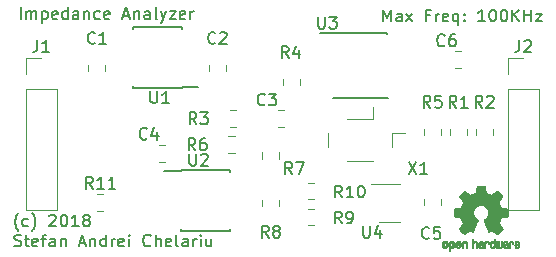
<source format=gto>
G04 #@! TF.GenerationSoftware,KiCad,Pcbnew,(5.0.0)*
G04 #@! TF.CreationDate,2018-08-11T20:49:35+09:00*
G04 #@! TF.ProjectId,AD593x_impedance_analyzer,4144353933785F696D706564616E6365,rev?*
G04 #@! TF.SameCoordinates,Original*
G04 #@! TF.FileFunction,Legend,Top*
G04 #@! TF.FilePolarity,Positive*
%FSLAX46Y46*%
G04 Gerber Fmt 4.6, Leading zero omitted, Abs format (unit mm)*
G04 Created by KiCad (PCBNEW (5.0.0)) date 08/11/18 20:49:35*
%MOMM*%
%LPD*%
G01*
G04 APERTURE LIST*
%ADD10C,0.200000*%
%ADD11C,0.120000*%
%ADD12C,0.150000*%
%ADD13C,0.010000*%
G04 APERTURE END LIST*
D10*
X105233333Y-75552380D02*
X105233333Y-74552380D01*
X105566666Y-75266666D01*
X105900000Y-74552380D01*
X105900000Y-75552380D01*
X106804761Y-75552380D02*
X106804761Y-75028571D01*
X106757142Y-74933333D01*
X106661904Y-74885714D01*
X106471428Y-74885714D01*
X106376190Y-74933333D01*
X106804761Y-75504761D02*
X106709523Y-75552380D01*
X106471428Y-75552380D01*
X106376190Y-75504761D01*
X106328571Y-75409523D01*
X106328571Y-75314285D01*
X106376190Y-75219047D01*
X106471428Y-75171428D01*
X106709523Y-75171428D01*
X106804761Y-75123809D01*
X107185714Y-75552380D02*
X107709523Y-74885714D01*
X107185714Y-74885714D02*
X107709523Y-75552380D01*
X109185714Y-75028571D02*
X108852380Y-75028571D01*
X108852380Y-75552380D02*
X108852380Y-74552380D01*
X109328571Y-74552380D01*
X109709523Y-75552380D02*
X109709523Y-74885714D01*
X109709523Y-75076190D02*
X109757142Y-74980952D01*
X109804761Y-74933333D01*
X109900000Y-74885714D01*
X109995238Y-74885714D01*
X110709523Y-75504761D02*
X110614285Y-75552380D01*
X110423809Y-75552380D01*
X110328571Y-75504761D01*
X110280952Y-75409523D01*
X110280952Y-75028571D01*
X110328571Y-74933333D01*
X110423809Y-74885714D01*
X110614285Y-74885714D01*
X110709523Y-74933333D01*
X110757142Y-75028571D01*
X110757142Y-75123809D01*
X110280952Y-75219047D01*
X111614285Y-74885714D02*
X111614285Y-75885714D01*
X111614285Y-75504761D02*
X111519047Y-75552380D01*
X111328571Y-75552380D01*
X111233333Y-75504761D01*
X111185714Y-75457142D01*
X111138095Y-75361904D01*
X111138095Y-75076190D01*
X111185714Y-74980952D01*
X111233333Y-74933333D01*
X111328571Y-74885714D01*
X111519047Y-74885714D01*
X111614285Y-74933333D01*
X112090476Y-75457142D02*
X112138095Y-75504761D01*
X112090476Y-75552380D01*
X112042857Y-75504761D01*
X112090476Y-75457142D01*
X112090476Y-75552380D01*
X112090476Y-74933333D02*
X112138095Y-74980952D01*
X112090476Y-75028571D01*
X112042857Y-74980952D01*
X112090476Y-74933333D01*
X112090476Y-75028571D01*
X113852380Y-75552380D02*
X113280952Y-75552380D01*
X113566666Y-75552380D02*
X113566666Y-74552380D01*
X113471428Y-74695238D01*
X113376190Y-74790476D01*
X113280952Y-74838095D01*
X114471428Y-74552380D02*
X114566666Y-74552380D01*
X114661904Y-74600000D01*
X114709523Y-74647619D01*
X114757142Y-74742857D01*
X114804761Y-74933333D01*
X114804761Y-75171428D01*
X114757142Y-75361904D01*
X114709523Y-75457142D01*
X114661904Y-75504761D01*
X114566666Y-75552380D01*
X114471428Y-75552380D01*
X114376190Y-75504761D01*
X114328571Y-75457142D01*
X114280952Y-75361904D01*
X114233333Y-75171428D01*
X114233333Y-74933333D01*
X114280952Y-74742857D01*
X114328571Y-74647619D01*
X114376190Y-74600000D01*
X114471428Y-74552380D01*
X115423809Y-74552380D02*
X115519047Y-74552380D01*
X115614285Y-74600000D01*
X115661904Y-74647619D01*
X115709523Y-74742857D01*
X115757142Y-74933333D01*
X115757142Y-75171428D01*
X115709523Y-75361904D01*
X115661904Y-75457142D01*
X115614285Y-75504761D01*
X115519047Y-75552380D01*
X115423809Y-75552380D01*
X115328571Y-75504761D01*
X115280952Y-75457142D01*
X115233333Y-75361904D01*
X115185714Y-75171428D01*
X115185714Y-74933333D01*
X115233333Y-74742857D01*
X115280952Y-74647619D01*
X115328571Y-74600000D01*
X115423809Y-74552380D01*
X116185714Y-75552380D02*
X116185714Y-74552380D01*
X116757142Y-75552380D02*
X116328571Y-74980952D01*
X116757142Y-74552380D02*
X116185714Y-75123809D01*
X117185714Y-75552380D02*
X117185714Y-74552380D01*
X117185714Y-75028571D02*
X117757142Y-75028571D01*
X117757142Y-75552380D02*
X117757142Y-74552380D01*
X118138095Y-74885714D02*
X118661904Y-74885714D01*
X118138095Y-75552380D01*
X118661904Y-75552380D01*
X74353809Y-93283333D02*
X74306190Y-93235714D01*
X74210952Y-93092857D01*
X74163333Y-92997619D01*
X74115714Y-92854761D01*
X74068095Y-92616666D01*
X74068095Y-92426190D01*
X74115714Y-92188095D01*
X74163333Y-92045238D01*
X74210952Y-91950000D01*
X74306190Y-91807142D01*
X74353809Y-91759523D01*
X75163333Y-92854761D02*
X75068095Y-92902380D01*
X74877619Y-92902380D01*
X74782380Y-92854761D01*
X74734761Y-92807142D01*
X74687142Y-92711904D01*
X74687142Y-92426190D01*
X74734761Y-92330952D01*
X74782380Y-92283333D01*
X74877619Y-92235714D01*
X75068095Y-92235714D01*
X75163333Y-92283333D01*
X75496666Y-93283333D02*
X75544285Y-93235714D01*
X75639523Y-93092857D01*
X75687142Y-92997619D01*
X75734761Y-92854761D01*
X75782380Y-92616666D01*
X75782380Y-92426190D01*
X75734761Y-92188095D01*
X75687142Y-92045238D01*
X75639523Y-91950000D01*
X75544285Y-91807142D01*
X75496666Y-91759523D01*
X76972857Y-91997619D02*
X77020476Y-91950000D01*
X77115714Y-91902380D01*
X77353809Y-91902380D01*
X77449047Y-91950000D01*
X77496666Y-91997619D01*
X77544285Y-92092857D01*
X77544285Y-92188095D01*
X77496666Y-92330952D01*
X76925238Y-92902380D01*
X77544285Y-92902380D01*
X78163333Y-91902380D02*
X78258571Y-91902380D01*
X78353809Y-91950000D01*
X78401428Y-91997619D01*
X78449047Y-92092857D01*
X78496666Y-92283333D01*
X78496666Y-92521428D01*
X78449047Y-92711904D01*
X78401428Y-92807142D01*
X78353809Y-92854761D01*
X78258571Y-92902380D01*
X78163333Y-92902380D01*
X78068095Y-92854761D01*
X78020476Y-92807142D01*
X77972857Y-92711904D01*
X77925238Y-92521428D01*
X77925238Y-92283333D01*
X77972857Y-92092857D01*
X78020476Y-91997619D01*
X78068095Y-91950000D01*
X78163333Y-91902380D01*
X79449047Y-92902380D02*
X78877619Y-92902380D01*
X79163333Y-92902380D02*
X79163333Y-91902380D01*
X79068095Y-92045238D01*
X78972857Y-92140476D01*
X78877619Y-92188095D01*
X80020476Y-92330952D02*
X79925238Y-92283333D01*
X79877619Y-92235714D01*
X79830000Y-92140476D01*
X79830000Y-92092857D01*
X79877619Y-91997619D01*
X79925238Y-91950000D01*
X80020476Y-91902380D01*
X80210952Y-91902380D01*
X80306190Y-91950000D01*
X80353809Y-91997619D01*
X80401428Y-92092857D01*
X80401428Y-92140476D01*
X80353809Y-92235714D01*
X80306190Y-92283333D01*
X80210952Y-92330952D01*
X80020476Y-92330952D01*
X79925238Y-92378571D01*
X79877619Y-92426190D01*
X79830000Y-92521428D01*
X79830000Y-92711904D01*
X79877619Y-92807142D01*
X79925238Y-92854761D01*
X80020476Y-92902380D01*
X80210952Y-92902380D01*
X80306190Y-92854761D01*
X80353809Y-92807142D01*
X80401428Y-92711904D01*
X80401428Y-92521428D01*
X80353809Y-92426190D01*
X80306190Y-92378571D01*
X80210952Y-92330952D01*
X74020476Y-94554761D02*
X74163333Y-94602380D01*
X74401428Y-94602380D01*
X74496666Y-94554761D01*
X74544285Y-94507142D01*
X74591904Y-94411904D01*
X74591904Y-94316666D01*
X74544285Y-94221428D01*
X74496666Y-94173809D01*
X74401428Y-94126190D01*
X74210952Y-94078571D01*
X74115714Y-94030952D01*
X74068095Y-93983333D01*
X74020476Y-93888095D01*
X74020476Y-93792857D01*
X74068095Y-93697619D01*
X74115714Y-93650000D01*
X74210952Y-93602380D01*
X74449047Y-93602380D01*
X74591904Y-93650000D01*
X74877619Y-93935714D02*
X75258571Y-93935714D01*
X75020476Y-93602380D02*
X75020476Y-94459523D01*
X75068095Y-94554761D01*
X75163333Y-94602380D01*
X75258571Y-94602380D01*
X75972857Y-94554761D02*
X75877619Y-94602380D01*
X75687142Y-94602380D01*
X75591904Y-94554761D01*
X75544285Y-94459523D01*
X75544285Y-94078571D01*
X75591904Y-93983333D01*
X75687142Y-93935714D01*
X75877619Y-93935714D01*
X75972857Y-93983333D01*
X76020476Y-94078571D01*
X76020476Y-94173809D01*
X75544285Y-94269047D01*
X76306190Y-93935714D02*
X76687142Y-93935714D01*
X76449047Y-94602380D02*
X76449047Y-93745238D01*
X76496666Y-93650000D01*
X76591904Y-93602380D01*
X76687142Y-93602380D01*
X77449047Y-94602380D02*
X77449047Y-94078571D01*
X77401428Y-93983333D01*
X77306190Y-93935714D01*
X77115714Y-93935714D01*
X77020476Y-93983333D01*
X77449047Y-94554761D02*
X77353809Y-94602380D01*
X77115714Y-94602380D01*
X77020476Y-94554761D01*
X76972857Y-94459523D01*
X76972857Y-94364285D01*
X77020476Y-94269047D01*
X77115714Y-94221428D01*
X77353809Y-94221428D01*
X77449047Y-94173809D01*
X77925238Y-93935714D02*
X77925238Y-94602380D01*
X77925238Y-94030952D02*
X77972857Y-93983333D01*
X78068095Y-93935714D01*
X78210952Y-93935714D01*
X78306190Y-93983333D01*
X78353809Y-94078571D01*
X78353809Y-94602380D01*
X79544285Y-94316666D02*
X80020476Y-94316666D01*
X79449047Y-94602380D02*
X79782380Y-93602380D01*
X80115714Y-94602380D01*
X80449047Y-93935714D02*
X80449047Y-94602380D01*
X80449047Y-94030952D02*
X80496666Y-93983333D01*
X80591904Y-93935714D01*
X80734761Y-93935714D01*
X80830000Y-93983333D01*
X80877619Y-94078571D01*
X80877619Y-94602380D01*
X81782380Y-94602380D02*
X81782380Y-93602380D01*
X81782380Y-94554761D02*
X81687142Y-94602380D01*
X81496666Y-94602380D01*
X81401428Y-94554761D01*
X81353809Y-94507142D01*
X81306190Y-94411904D01*
X81306190Y-94126190D01*
X81353809Y-94030952D01*
X81401428Y-93983333D01*
X81496666Y-93935714D01*
X81687142Y-93935714D01*
X81782380Y-93983333D01*
X82258571Y-94602380D02*
X82258571Y-93935714D01*
X82258571Y-94126190D02*
X82306190Y-94030952D01*
X82353809Y-93983333D01*
X82449047Y-93935714D01*
X82544285Y-93935714D01*
X83258571Y-94554761D02*
X83163333Y-94602380D01*
X82972857Y-94602380D01*
X82877619Y-94554761D01*
X82830000Y-94459523D01*
X82830000Y-94078571D01*
X82877619Y-93983333D01*
X82972857Y-93935714D01*
X83163333Y-93935714D01*
X83258571Y-93983333D01*
X83306190Y-94078571D01*
X83306190Y-94173809D01*
X82830000Y-94269047D01*
X83734761Y-94602380D02*
X83734761Y-93935714D01*
X83734761Y-93602380D02*
X83687142Y-93650000D01*
X83734761Y-93697619D01*
X83782380Y-93650000D01*
X83734761Y-93602380D01*
X83734761Y-93697619D01*
X85544285Y-94507142D02*
X85496666Y-94554761D01*
X85353809Y-94602380D01*
X85258571Y-94602380D01*
X85115714Y-94554761D01*
X85020476Y-94459523D01*
X84972857Y-94364285D01*
X84925238Y-94173809D01*
X84925238Y-94030952D01*
X84972857Y-93840476D01*
X85020476Y-93745238D01*
X85115714Y-93650000D01*
X85258571Y-93602380D01*
X85353809Y-93602380D01*
X85496666Y-93650000D01*
X85544285Y-93697619D01*
X85972857Y-94602380D02*
X85972857Y-93602380D01*
X86401428Y-94602380D02*
X86401428Y-94078571D01*
X86353809Y-93983333D01*
X86258571Y-93935714D01*
X86115714Y-93935714D01*
X86020476Y-93983333D01*
X85972857Y-94030952D01*
X87258571Y-94554761D02*
X87163333Y-94602380D01*
X86972857Y-94602380D01*
X86877619Y-94554761D01*
X86830000Y-94459523D01*
X86830000Y-94078571D01*
X86877619Y-93983333D01*
X86972857Y-93935714D01*
X87163333Y-93935714D01*
X87258571Y-93983333D01*
X87306190Y-94078571D01*
X87306190Y-94173809D01*
X86830000Y-94269047D01*
X87877619Y-94602380D02*
X87782380Y-94554761D01*
X87734761Y-94459523D01*
X87734761Y-93602380D01*
X88687142Y-94602380D02*
X88687142Y-94078571D01*
X88639523Y-93983333D01*
X88544285Y-93935714D01*
X88353809Y-93935714D01*
X88258571Y-93983333D01*
X88687142Y-94554761D02*
X88591904Y-94602380D01*
X88353809Y-94602380D01*
X88258571Y-94554761D01*
X88210952Y-94459523D01*
X88210952Y-94364285D01*
X88258571Y-94269047D01*
X88353809Y-94221428D01*
X88591904Y-94221428D01*
X88687142Y-94173809D01*
X89163333Y-94602380D02*
X89163333Y-93935714D01*
X89163333Y-94126190D02*
X89210952Y-94030952D01*
X89258571Y-93983333D01*
X89353809Y-93935714D01*
X89449047Y-93935714D01*
X89782380Y-94602380D02*
X89782380Y-93935714D01*
X89782380Y-93602380D02*
X89734761Y-93650000D01*
X89782380Y-93697619D01*
X89830000Y-93650000D01*
X89782380Y-93602380D01*
X89782380Y-93697619D01*
X90687142Y-93935714D02*
X90687142Y-94602380D01*
X90258571Y-93935714D02*
X90258571Y-94459523D01*
X90306190Y-94554761D01*
X90401428Y-94602380D01*
X90544285Y-94602380D01*
X90639523Y-94554761D01*
X90687142Y-94507142D01*
X74538095Y-75352380D02*
X74538095Y-74352380D01*
X75014285Y-75352380D02*
X75014285Y-74685714D01*
X75014285Y-74780952D02*
X75061904Y-74733333D01*
X75157142Y-74685714D01*
X75300000Y-74685714D01*
X75395238Y-74733333D01*
X75442857Y-74828571D01*
X75442857Y-75352380D01*
X75442857Y-74828571D02*
X75490476Y-74733333D01*
X75585714Y-74685714D01*
X75728571Y-74685714D01*
X75823809Y-74733333D01*
X75871428Y-74828571D01*
X75871428Y-75352380D01*
X76347619Y-74685714D02*
X76347619Y-75685714D01*
X76347619Y-74733333D02*
X76442857Y-74685714D01*
X76633333Y-74685714D01*
X76728571Y-74733333D01*
X76776190Y-74780952D01*
X76823809Y-74876190D01*
X76823809Y-75161904D01*
X76776190Y-75257142D01*
X76728571Y-75304761D01*
X76633333Y-75352380D01*
X76442857Y-75352380D01*
X76347619Y-75304761D01*
X77633333Y-75304761D02*
X77538095Y-75352380D01*
X77347619Y-75352380D01*
X77252380Y-75304761D01*
X77204761Y-75209523D01*
X77204761Y-74828571D01*
X77252380Y-74733333D01*
X77347619Y-74685714D01*
X77538095Y-74685714D01*
X77633333Y-74733333D01*
X77680952Y-74828571D01*
X77680952Y-74923809D01*
X77204761Y-75019047D01*
X78538095Y-75352380D02*
X78538095Y-74352380D01*
X78538095Y-75304761D02*
X78442857Y-75352380D01*
X78252380Y-75352380D01*
X78157142Y-75304761D01*
X78109523Y-75257142D01*
X78061904Y-75161904D01*
X78061904Y-74876190D01*
X78109523Y-74780952D01*
X78157142Y-74733333D01*
X78252380Y-74685714D01*
X78442857Y-74685714D01*
X78538095Y-74733333D01*
X79442857Y-75352380D02*
X79442857Y-74828571D01*
X79395238Y-74733333D01*
X79300000Y-74685714D01*
X79109523Y-74685714D01*
X79014285Y-74733333D01*
X79442857Y-75304761D02*
X79347619Y-75352380D01*
X79109523Y-75352380D01*
X79014285Y-75304761D01*
X78966666Y-75209523D01*
X78966666Y-75114285D01*
X79014285Y-75019047D01*
X79109523Y-74971428D01*
X79347619Y-74971428D01*
X79442857Y-74923809D01*
X79919047Y-74685714D02*
X79919047Y-75352380D01*
X79919047Y-74780952D02*
X79966666Y-74733333D01*
X80061904Y-74685714D01*
X80204761Y-74685714D01*
X80300000Y-74733333D01*
X80347619Y-74828571D01*
X80347619Y-75352380D01*
X81252380Y-75304761D02*
X81157142Y-75352380D01*
X80966666Y-75352380D01*
X80871428Y-75304761D01*
X80823809Y-75257142D01*
X80776190Y-75161904D01*
X80776190Y-74876190D01*
X80823809Y-74780952D01*
X80871428Y-74733333D01*
X80966666Y-74685714D01*
X81157142Y-74685714D01*
X81252380Y-74733333D01*
X82061904Y-75304761D02*
X81966666Y-75352380D01*
X81776190Y-75352380D01*
X81680952Y-75304761D01*
X81633333Y-75209523D01*
X81633333Y-74828571D01*
X81680952Y-74733333D01*
X81776190Y-74685714D01*
X81966666Y-74685714D01*
X82061904Y-74733333D01*
X82109523Y-74828571D01*
X82109523Y-74923809D01*
X81633333Y-75019047D01*
X83252380Y-75066666D02*
X83728571Y-75066666D01*
X83157142Y-75352380D02*
X83490476Y-74352380D01*
X83823809Y-75352380D01*
X84157142Y-74685714D02*
X84157142Y-75352380D01*
X84157142Y-74780952D02*
X84204761Y-74733333D01*
X84300000Y-74685714D01*
X84442857Y-74685714D01*
X84538095Y-74733333D01*
X84585714Y-74828571D01*
X84585714Y-75352380D01*
X85490476Y-75352380D02*
X85490476Y-74828571D01*
X85442857Y-74733333D01*
X85347619Y-74685714D01*
X85157142Y-74685714D01*
X85061904Y-74733333D01*
X85490476Y-75304761D02*
X85395238Y-75352380D01*
X85157142Y-75352380D01*
X85061904Y-75304761D01*
X85014285Y-75209523D01*
X85014285Y-75114285D01*
X85061904Y-75019047D01*
X85157142Y-74971428D01*
X85395238Y-74971428D01*
X85490476Y-74923809D01*
X86109523Y-75352380D02*
X86014285Y-75304761D01*
X85966666Y-75209523D01*
X85966666Y-74352380D01*
X86395238Y-74685714D02*
X86633333Y-75352380D01*
X86871428Y-74685714D02*
X86633333Y-75352380D01*
X86538095Y-75590476D01*
X86490476Y-75638095D01*
X86395238Y-75685714D01*
X87157142Y-74685714D02*
X87680952Y-74685714D01*
X87157142Y-75352380D01*
X87680952Y-75352380D01*
X88442857Y-75304761D02*
X88347619Y-75352380D01*
X88157142Y-75352380D01*
X88061904Y-75304761D01*
X88014285Y-75209523D01*
X88014285Y-74828571D01*
X88061904Y-74733333D01*
X88157142Y-74685714D01*
X88347619Y-74685714D01*
X88442857Y-74733333D01*
X88490476Y-74828571D01*
X88490476Y-74923809D01*
X88014285Y-75019047D01*
X88919047Y-75352380D02*
X88919047Y-74685714D01*
X88919047Y-74876190D02*
X88966666Y-74780952D01*
X89014285Y-74733333D01*
X89109523Y-74685714D01*
X89204761Y-74685714D01*
D11*
G04 #@! TO.C,R11*
X81038748Y-90190000D02*
X81561252Y-90190000D01*
X81038748Y-91610000D02*
X81561252Y-91610000D01*
D12*
G04 #@! TO.C,U3*
X105600000Y-76500000D02*
X105600000Y-76600000D01*
X105625000Y-82025000D02*
X105625000Y-82000000D01*
X100975000Y-82025000D02*
X100975000Y-82000000D01*
X99900000Y-76500000D02*
X105600000Y-76500000D01*
X100975000Y-82025000D02*
X105625000Y-82025000D01*
D11*
G04 #@! TO.C,C1*
X80290000Y-79761252D02*
X80290000Y-79238748D01*
X81710000Y-79761252D02*
X81710000Y-79238748D01*
G04 #@! TO.C,C2*
X91910000Y-79761252D02*
X91910000Y-79238748D01*
X90490000Y-79761252D02*
X90490000Y-79238748D01*
G04 #@! TO.C,C3*
X96338748Y-83090000D02*
X96861252Y-83090000D01*
X96338748Y-84510000D02*
X96861252Y-84510000D01*
G04 #@! TO.C,C4*
X86761252Y-85990000D02*
X86238748Y-85990000D01*
X86761252Y-87410000D02*
X86238748Y-87410000D01*
G04 #@! TO.C,C5*
X110110000Y-90563748D02*
X110110000Y-91086252D01*
X108690000Y-90563748D02*
X108690000Y-91086252D01*
G04 #@! TO.C,C6*
X111861252Y-78090000D02*
X111338748Y-78090000D01*
X111861252Y-79510000D02*
X111338748Y-79510000D01*
G04 #@! TO.C,J1*
X74970000Y-91490000D02*
X77630000Y-91490000D01*
X74970000Y-81270000D02*
X74970000Y-91490000D01*
X77630000Y-81270000D02*
X77630000Y-91490000D01*
X74970000Y-81270000D02*
X77630000Y-81270000D01*
X74970000Y-80000000D02*
X74970000Y-78670000D01*
X74970000Y-78670000D02*
X76300000Y-78670000D01*
G04 #@! TO.C,J2*
X115770000Y-78670000D02*
X117100000Y-78670000D01*
X115770000Y-80000000D02*
X115770000Y-78670000D01*
X115770000Y-81270000D02*
X118430000Y-81270000D01*
X118430000Y-81270000D02*
X118430000Y-91490000D01*
X115770000Y-81270000D02*
X115770000Y-91490000D01*
X115770000Y-91490000D02*
X118430000Y-91490000D01*
G04 #@! TO.C,R1*
X110890000Y-84638748D02*
X110890000Y-85161252D01*
X112310000Y-84638748D02*
X112310000Y-85161252D01*
G04 #@! TO.C,R2*
X114510000Y-84638748D02*
X114510000Y-85161252D01*
X113090000Y-84638748D02*
X113090000Y-85161252D01*
G04 #@! TO.C,R3*
X92238748Y-84510000D02*
X92761252Y-84510000D01*
X92238748Y-83090000D02*
X92761252Y-83090000D01*
G04 #@! TO.C,R4*
X96790000Y-80961252D02*
X96790000Y-80438748D01*
X98210000Y-80961252D02*
X98210000Y-80438748D01*
G04 #@! TO.C,R5*
X108690000Y-84638748D02*
X108690000Y-85161252D01*
X110110000Y-84638748D02*
X110110000Y-85161252D01*
G04 #@! TO.C,R6*
X92138748Y-85290000D02*
X92661252Y-85290000D01*
X92138748Y-86710000D02*
X92661252Y-86710000D01*
G04 #@! TO.C,R7*
X96410000Y-87161252D02*
X96410000Y-86638748D01*
X94990000Y-87161252D02*
X94990000Y-86638748D01*
G04 #@! TO.C,R8*
X94990000Y-91161252D02*
X94990000Y-90638748D01*
X96410000Y-91161252D02*
X96410000Y-90638748D01*
G04 #@! TO.C,R9*
X98838748Y-92810000D02*
X99361252Y-92810000D01*
X98838748Y-91390000D02*
X99361252Y-91390000D01*
G04 #@! TO.C,R10*
X99361252Y-90610000D02*
X98838748Y-90610000D01*
X99361252Y-89190000D02*
X98838748Y-89190000D01*
D12*
G04 #@! TO.C,U1*
X88175000Y-81175000D02*
X88175000Y-81125000D01*
X84025000Y-81175000D02*
X84025000Y-81030000D01*
X84025000Y-76025000D02*
X84025000Y-76170000D01*
X88175000Y-76025000D02*
X88175000Y-76170000D01*
X88175000Y-81175000D02*
X84025000Y-81175000D01*
X88175000Y-76025000D02*
X84025000Y-76025000D01*
X88175000Y-81125000D02*
X89575000Y-81125000D01*
G04 #@! TO.C,U2*
X88125000Y-88175000D02*
X86725000Y-88175000D01*
X88125000Y-93275000D02*
X92275000Y-93275000D01*
X88125000Y-88125000D02*
X92275000Y-88125000D01*
X88125000Y-93275000D02*
X88125000Y-93130000D01*
X92275000Y-93275000D02*
X92275000Y-93130000D01*
X92275000Y-88125000D02*
X92275000Y-88270000D01*
X88125000Y-88125000D02*
X88125000Y-88175000D01*
D11*
G04 #@! TO.C,U4*
X104900000Y-92510000D02*
X106700000Y-92510000D01*
X106700000Y-89290000D02*
X104250000Y-89290000D01*
G04 #@! TO.C,X1*
X107050000Y-85000000D02*
X106000000Y-85000000D01*
X106000000Y-85000000D02*
X106000000Y-86200000D01*
X100600000Y-86200000D02*
X100600000Y-85000000D01*
X104400000Y-87400000D02*
X102200000Y-87400000D01*
X102200000Y-83800000D02*
X104400000Y-83800000D01*
X104400000Y-83800000D02*
X104400000Y-82800000D01*
D13*
G04 #@! TO.C,REF\002A\002A*
G36*
X113603910Y-89442348D02*
X113682454Y-89442778D01*
X113739298Y-89443942D01*
X113778105Y-89446207D01*
X113802538Y-89449940D01*
X113816262Y-89455506D01*
X113822940Y-89463273D01*
X113826236Y-89473605D01*
X113826556Y-89474943D01*
X113831562Y-89499079D01*
X113840829Y-89546701D01*
X113853392Y-89612741D01*
X113868287Y-89692128D01*
X113884551Y-89779796D01*
X113885119Y-89782875D01*
X113901410Y-89868789D01*
X113916652Y-89944696D01*
X113929861Y-90006045D01*
X113940054Y-90048282D01*
X113946248Y-90066855D01*
X113946543Y-90067184D01*
X113964788Y-90076253D01*
X114002405Y-90091367D01*
X114051271Y-90109262D01*
X114051543Y-90109358D01*
X114113093Y-90132493D01*
X114185657Y-90161965D01*
X114254057Y-90191597D01*
X114257294Y-90193062D01*
X114368702Y-90243626D01*
X114615399Y-90075160D01*
X114691077Y-90023803D01*
X114759631Y-89977889D01*
X114817088Y-89940030D01*
X114859476Y-89912837D01*
X114882825Y-89898921D01*
X114885042Y-89897889D01*
X114902010Y-89902484D01*
X114933701Y-89924655D01*
X114981352Y-89965447D01*
X115046198Y-90025905D01*
X115112397Y-90090227D01*
X115176214Y-90153612D01*
X115233329Y-90211451D01*
X115280305Y-90260175D01*
X115313703Y-90296210D01*
X115330085Y-90315984D01*
X115330694Y-90317002D01*
X115332505Y-90330572D01*
X115325683Y-90352733D01*
X115308540Y-90386478D01*
X115279393Y-90434800D01*
X115236555Y-90500692D01*
X115179448Y-90585517D01*
X115128766Y-90660177D01*
X115083461Y-90727140D01*
X115046150Y-90782516D01*
X115019452Y-90822420D01*
X115005985Y-90842962D01*
X115005137Y-90844356D01*
X115006781Y-90864038D01*
X115019245Y-90902293D01*
X115040048Y-90951889D01*
X115047462Y-90967728D01*
X115079814Y-91038290D01*
X115114328Y-91118353D01*
X115142365Y-91187629D01*
X115162568Y-91239045D01*
X115178615Y-91278119D01*
X115187888Y-91298541D01*
X115189041Y-91300114D01*
X115206096Y-91302721D01*
X115246298Y-91309863D01*
X115304302Y-91320523D01*
X115374763Y-91333685D01*
X115452335Y-91348333D01*
X115531672Y-91363449D01*
X115607431Y-91378018D01*
X115674264Y-91391022D01*
X115726828Y-91401445D01*
X115759776Y-91408270D01*
X115767857Y-91410199D01*
X115776205Y-91414962D01*
X115782506Y-91425718D01*
X115787045Y-91446098D01*
X115790104Y-91479734D01*
X115791967Y-91530255D01*
X115792918Y-91601292D01*
X115793240Y-91696476D01*
X115793257Y-91735492D01*
X115793257Y-92052799D01*
X115717057Y-92067839D01*
X115674663Y-92075995D01*
X115611400Y-92087899D01*
X115534962Y-92102116D01*
X115453043Y-92117210D01*
X115430400Y-92121355D01*
X115354806Y-92136053D01*
X115288953Y-92150505D01*
X115238366Y-92163375D01*
X115208574Y-92173322D01*
X115203612Y-92176287D01*
X115191426Y-92197283D01*
X115173953Y-92237967D01*
X115154577Y-92290322D01*
X115150734Y-92301600D01*
X115125339Y-92371523D01*
X115093817Y-92450418D01*
X115062969Y-92521266D01*
X115062817Y-92521595D01*
X115011447Y-92632733D01*
X115180399Y-92881253D01*
X115349352Y-93129772D01*
X115132429Y-93347058D01*
X115066819Y-93411726D01*
X115006979Y-93468733D01*
X114956267Y-93515033D01*
X114918046Y-93547584D01*
X114895675Y-93563343D01*
X114892466Y-93564343D01*
X114873626Y-93556469D01*
X114835180Y-93534578D01*
X114781330Y-93501267D01*
X114716276Y-93459131D01*
X114645940Y-93411943D01*
X114574555Y-93363810D01*
X114510908Y-93321928D01*
X114459041Y-93288871D01*
X114422995Y-93267218D01*
X114406867Y-93259543D01*
X114387189Y-93266037D01*
X114349875Y-93283150D01*
X114302621Y-93307326D01*
X114297612Y-93310013D01*
X114233977Y-93341927D01*
X114190341Y-93357579D01*
X114163202Y-93357745D01*
X114149057Y-93343204D01*
X114148975Y-93343000D01*
X114141905Y-93325779D01*
X114125042Y-93284899D01*
X114099695Y-93223525D01*
X114067171Y-93144819D01*
X114028778Y-93051947D01*
X113985822Y-92948072D01*
X113944222Y-92847502D01*
X113898504Y-92736516D01*
X113856526Y-92633703D01*
X113819548Y-92542215D01*
X113788827Y-92465201D01*
X113765622Y-92405815D01*
X113751190Y-92367209D01*
X113746743Y-92352800D01*
X113757896Y-92336272D01*
X113787069Y-92309930D01*
X113825971Y-92280887D01*
X113936757Y-92189039D01*
X114023351Y-92083759D01*
X114084716Y-91967266D01*
X114119815Y-91841776D01*
X114127608Y-91709507D01*
X114121943Y-91648457D01*
X114091078Y-91521795D01*
X114037920Y-91409941D01*
X113965767Y-91314001D01*
X113877917Y-91235076D01*
X113777665Y-91174270D01*
X113668310Y-91132687D01*
X113553147Y-91111428D01*
X113435475Y-91111599D01*
X113318590Y-91134301D01*
X113205789Y-91180638D01*
X113100369Y-91251713D01*
X113056368Y-91291911D01*
X112971979Y-91395129D01*
X112913222Y-91507925D01*
X112879704Y-91627010D01*
X112871035Y-91749095D01*
X112886823Y-91870893D01*
X112926678Y-91989116D01*
X112990207Y-92100475D01*
X113077021Y-92201684D01*
X113174029Y-92280887D01*
X113214437Y-92311162D01*
X113242982Y-92337219D01*
X113253257Y-92352825D01*
X113247877Y-92369843D01*
X113232575Y-92410500D01*
X113208612Y-92471642D01*
X113177244Y-92550119D01*
X113139732Y-92642780D01*
X113097333Y-92746472D01*
X113055663Y-92847526D01*
X113009690Y-92958607D01*
X112967107Y-93061541D01*
X112929221Y-93153165D01*
X112897340Y-93230316D01*
X112872771Y-93289831D01*
X112856820Y-93328544D01*
X112850910Y-93343000D01*
X112836948Y-93357685D01*
X112809940Y-93357642D01*
X112766413Y-93342099D01*
X112702890Y-93310284D01*
X112702388Y-93310013D01*
X112654560Y-93285323D01*
X112615897Y-93267338D01*
X112594095Y-93259614D01*
X112593133Y-93259543D01*
X112576721Y-93267378D01*
X112540487Y-93289165D01*
X112488474Y-93322328D01*
X112424725Y-93364291D01*
X112354060Y-93411943D01*
X112282116Y-93460191D01*
X112217274Y-93502151D01*
X112163735Y-93535227D01*
X112125697Y-93556821D01*
X112107533Y-93564343D01*
X112090808Y-93554457D01*
X112057180Y-93526826D01*
X112010010Y-93484495D01*
X111952658Y-93430505D01*
X111888484Y-93367899D01*
X111867497Y-93346983D01*
X111650499Y-93129623D01*
X111815668Y-92887220D01*
X111865864Y-92812781D01*
X111909919Y-92745972D01*
X111945362Y-92690665D01*
X111969719Y-92650729D01*
X111980522Y-92630036D01*
X111980838Y-92628563D01*
X111975143Y-92609058D01*
X111959826Y-92569822D01*
X111937537Y-92517430D01*
X111921893Y-92482355D01*
X111892641Y-92415201D01*
X111865094Y-92347358D01*
X111843737Y-92290034D01*
X111837935Y-92272572D01*
X111821452Y-92225938D01*
X111805340Y-92189905D01*
X111796490Y-92176287D01*
X111776960Y-92167952D01*
X111734334Y-92156137D01*
X111674145Y-92142181D01*
X111601922Y-92127422D01*
X111569600Y-92121355D01*
X111487522Y-92106273D01*
X111408795Y-92091669D01*
X111341109Y-92078980D01*
X111292160Y-92069642D01*
X111282943Y-92067839D01*
X111206743Y-92052799D01*
X111206743Y-91735492D01*
X111206914Y-91631154D01*
X111207616Y-91552213D01*
X111209134Y-91495038D01*
X111211749Y-91455999D01*
X111215746Y-91431465D01*
X111221409Y-91417805D01*
X111229020Y-91411389D01*
X111232143Y-91410199D01*
X111250978Y-91405980D01*
X111292588Y-91397562D01*
X111351630Y-91385961D01*
X111422757Y-91372195D01*
X111500625Y-91357280D01*
X111579887Y-91342232D01*
X111655198Y-91328069D01*
X111721213Y-91315806D01*
X111772587Y-91306461D01*
X111803975Y-91301050D01*
X111810959Y-91300114D01*
X111817285Y-91287596D01*
X111831290Y-91254246D01*
X111850355Y-91206377D01*
X111857634Y-91187629D01*
X111886996Y-91115195D01*
X111921571Y-91035170D01*
X111952537Y-90967728D01*
X111975323Y-90916159D01*
X111990482Y-90873785D01*
X111995542Y-90847834D01*
X111994736Y-90844356D01*
X111984041Y-90827936D01*
X111959620Y-90791417D01*
X111924095Y-90738687D01*
X111880087Y-90673635D01*
X111830217Y-90600151D01*
X111820356Y-90585645D01*
X111762492Y-90499704D01*
X111719956Y-90434261D01*
X111691054Y-90386304D01*
X111674090Y-90352820D01*
X111667367Y-90330795D01*
X111669190Y-90317217D01*
X111669236Y-90317131D01*
X111683586Y-90299297D01*
X111715323Y-90264817D01*
X111761010Y-90217268D01*
X111817204Y-90160222D01*
X111880468Y-90097255D01*
X111887602Y-90090227D01*
X111967330Y-90013020D01*
X112028857Y-89956330D01*
X112073421Y-89919110D01*
X112102257Y-89900315D01*
X112114958Y-89897889D01*
X112133494Y-89908471D01*
X112171961Y-89932916D01*
X112226386Y-89968612D01*
X112292798Y-90012947D01*
X112367225Y-90063311D01*
X112384601Y-90075160D01*
X112631297Y-90243626D01*
X112742706Y-90193062D01*
X112810457Y-90163595D01*
X112883183Y-90133959D01*
X112945703Y-90110330D01*
X112948457Y-90109358D01*
X112997360Y-90091457D01*
X113035057Y-90076320D01*
X113053425Y-90067210D01*
X113053456Y-90067184D01*
X113059285Y-90050717D01*
X113069192Y-90010219D01*
X113082195Y-89950242D01*
X113097309Y-89875340D01*
X113113552Y-89790064D01*
X113114881Y-89782875D01*
X113131175Y-89695014D01*
X113146133Y-89615260D01*
X113158791Y-89548681D01*
X113168186Y-89500347D01*
X113173354Y-89475325D01*
X113173444Y-89474943D01*
X113176589Y-89464299D01*
X113182704Y-89456262D01*
X113195453Y-89450467D01*
X113218500Y-89446547D01*
X113255509Y-89444135D01*
X113310144Y-89442865D01*
X113386067Y-89442371D01*
X113486944Y-89442286D01*
X113500000Y-89442286D01*
X113603910Y-89442348D01*
X113603910Y-89442348D01*
G37*
X113603910Y-89442348D02*
X113682454Y-89442778D01*
X113739298Y-89443942D01*
X113778105Y-89446207D01*
X113802538Y-89449940D01*
X113816262Y-89455506D01*
X113822940Y-89463273D01*
X113826236Y-89473605D01*
X113826556Y-89474943D01*
X113831562Y-89499079D01*
X113840829Y-89546701D01*
X113853392Y-89612741D01*
X113868287Y-89692128D01*
X113884551Y-89779796D01*
X113885119Y-89782875D01*
X113901410Y-89868789D01*
X113916652Y-89944696D01*
X113929861Y-90006045D01*
X113940054Y-90048282D01*
X113946248Y-90066855D01*
X113946543Y-90067184D01*
X113964788Y-90076253D01*
X114002405Y-90091367D01*
X114051271Y-90109262D01*
X114051543Y-90109358D01*
X114113093Y-90132493D01*
X114185657Y-90161965D01*
X114254057Y-90191597D01*
X114257294Y-90193062D01*
X114368702Y-90243626D01*
X114615399Y-90075160D01*
X114691077Y-90023803D01*
X114759631Y-89977889D01*
X114817088Y-89940030D01*
X114859476Y-89912837D01*
X114882825Y-89898921D01*
X114885042Y-89897889D01*
X114902010Y-89902484D01*
X114933701Y-89924655D01*
X114981352Y-89965447D01*
X115046198Y-90025905D01*
X115112397Y-90090227D01*
X115176214Y-90153612D01*
X115233329Y-90211451D01*
X115280305Y-90260175D01*
X115313703Y-90296210D01*
X115330085Y-90315984D01*
X115330694Y-90317002D01*
X115332505Y-90330572D01*
X115325683Y-90352733D01*
X115308540Y-90386478D01*
X115279393Y-90434800D01*
X115236555Y-90500692D01*
X115179448Y-90585517D01*
X115128766Y-90660177D01*
X115083461Y-90727140D01*
X115046150Y-90782516D01*
X115019452Y-90822420D01*
X115005985Y-90842962D01*
X115005137Y-90844356D01*
X115006781Y-90864038D01*
X115019245Y-90902293D01*
X115040048Y-90951889D01*
X115047462Y-90967728D01*
X115079814Y-91038290D01*
X115114328Y-91118353D01*
X115142365Y-91187629D01*
X115162568Y-91239045D01*
X115178615Y-91278119D01*
X115187888Y-91298541D01*
X115189041Y-91300114D01*
X115206096Y-91302721D01*
X115246298Y-91309863D01*
X115304302Y-91320523D01*
X115374763Y-91333685D01*
X115452335Y-91348333D01*
X115531672Y-91363449D01*
X115607431Y-91378018D01*
X115674264Y-91391022D01*
X115726828Y-91401445D01*
X115759776Y-91408270D01*
X115767857Y-91410199D01*
X115776205Y-91414962D01*
X115782506Y-91425718D01*
X115787045Y-91446098D01*
X115790104Y-91479734D01*
X115791967Y-91530255D01*
X115792918Y-91601292D01*
X115793240Y-91696476D01*
X115793257Y-91735492D01*
X115793257Y-92052799D01*
X115717057Y-92067839D01*
X115674663Y-92075995D01*
X115611400Y-92087899D01*
X115534962Y-92102116D01*
X115453043Y-92117210D01*
X115430400Y-92121355D01*
X115354806Y-92136053D01*
X115288953Y-92150505D01*
X115238366Y-92163375D01*
X115208574Y-92173322D01*
X115203612Y-92176287D01*
X115191426Y-92197283D01*
X115173953Y-92237967D01*
X115154577Y-92290322D01*
X115150734Y-92301600D01*
X115125339Y-92371523D01*
X115093817Y-92450418D01*
X115062969Y-92521266D01*
X115062817Y-92521595D01*
X115011447Y-92632733D01*
X115180399Y-92881253D01*
X115349352Y-93129772D01*
X115132429Y-93347058D01*
X115066819Y-93411726D01*
X115006979Y-93468733D01*
X114956267Y-93515033D01*
X114918046Y-93547584D01*
X114895675Y-93563343D01*
X114892466Y-93564343D01*
X114873626Y-93556469D01*
X114835180Y-93534578D01*
X114781330Y-93501267D01*
X114716276Y-93459131D01*
X114645940Y-93411943D01*
X114574555Y-93363810D01*
X114510908Y-93321928D01*
X114459041Y-93288871D01*
X114422995Y-93267218D01*
X114406867Y-93259543D01*
X114387189Y-93266037D01*
X114349875Y-93283150D01*
X114302621Y-93307326D01*
X114297612Y-93310013D01*
X114233977Y-93341927D01*
X114190341Y-93357579D01*
X114163202Y-93357745D01*
X114149057Y-93343204D01*
X114148975Y-93343000D01*
X114141905Y-93325779D01*
X114125042Y-93284899D01*
X114099695Y-93223525D01*
X114067171Y-93144819D01*
X114028778Y-93051947D01*
X113985822Y-92948072D01*
X113944222Y-92847502D01*
X113898504Y-92736516D01*
X113856526Y-92633703D01*
X113819548Y-92542215D01*
X113788827Y-92465201D01*
X113765622Y-92405815D01*
X113751190Y-92367209D01*
X113746743Y-92352800D01*
X113757896Y-92336272D01*
X113787069Y-92309930D01*
X113825971Y-92280887D01*
X113936757Y-92189039D01*
X114023351Y-92083759D01*
X114084716Y-91967266D01*
X114119815Y-91841776D01*
X114127608Y-91709507D01*
X114121943Y-91648457D01*
X114091078Y-91521795D01*
X114037920Y-91409941D01*
X113965767Y-91314001D01*
X113877917Y-91235076D01*
X113777665Y-91174270D01*
X113668310Y-91132687D01*
X113553147Y-91111428D01*
X113435475Y-91111599D01*
X113318590Y-91134301D01*
X113205789Y-91180638D01*
X113100369Y-91251713D01*
X113056368Y-91291911D01*
X112971979Y-91395129D01*
X112913222Y-91507925D01*
X112879704Y-91627010D01*
X112871035Y-91749095D01*
X112886823Y-91870893D01*
X112926678Y-91989116D01*
X112990207Y-92100475D01*
X113077021Y-92201684D01*
X113174029Y-92280887D01*
X113214437Y-92311162D01*
X113242982Y-92337219D01*
X113253257Y-92352825D01*
X113247877Y-92369843D01*
X113232575Y-92410500D01*
X113208612Y-92471642D01*
X113177244Y-92550119D01*
X113139732Y-92642780D01*
X113097333Y-92746472D01*
X113055663Y-92847526D01*
X113009690Y-92958607D01*
X112967107Y-93061541D01*
X112929221Y-93153165D01*
X112897340Y-93230316D01*
X112872771Y-93289831D01*
X112856820Y-93328544D01*
X112850910Y-93343000D01*
X112836948Y-93357685D01*
X112809940Y-93357642D01*
X112766413Y-93342099D01*
X112702890Y-93310284D01*
X112702388Y-93310013D01*
X112654560Y-93285323D01*
X112615897Y-93267338D01*
X112594095Y-93259614D01*
X112593133Y-93259543D01*
X112576721Y-93267378D01*
X112540487Y-93289165D01*
X112488474Y-93322328D01*
X112424725Y-93364291D01*
X112354060Y-93411943D01*
X112282116Y-93460191D01*
X112217274Y-93502151D01*
X112163735Y-93535227D01*
X112125697Y-93556821D01*
X112107533Y-93564343D01*
X112090808Y-93554457D01*
X112057180Y-93526826D01*
X112010010Y-93484495D01*
X111952658Y-93430505D01*
X111888484Y-93367899D01*
X111867497Y-93346983D01*
X111650499Y-93129623D01*
X111815668Y-92887220D01*
X111865864Y-92812781D01*
X111909919Y-92745972D01*
X111945362Y-92690665D01*
X111969719Y-92650729D01*
X111980522Y-92630036D01*
X111980838Y-92628563D01*
X111975143Y-92609058D01*
X111959826Y-92569822D01*
X111937537Y-92517430D01*
X111921893Y-92482355D01*
X111892641Y-92415201D01*
X111865094Y-92347358D01*
X111843737Y-92290034D01*
X111837935Y-92272572D01*
X111821452Y-92225938D01*
X111805340Y-92189905D01*
X111796490Y-92176287D01*
X111776960Y-92167952D01*
X111734334Y-92156137D01*
X111674145Y-92142181D01*
X111601922Y-92127422D01*
X111569600Y-92121355D01*
X111487522Y-92106273D01*
X111408795Y-92091669D01*
X111341109Y-92078980D01*
X111292160Y-92069642D01*
X111282943Y-92067839D01*
X111206743Y-92052799D01*
X111206743Y-91735492D01*
X111206914Y-91631154D01*
X111207616Y-91552213D01*
X111209134Y-91495038D01*
X111211749Y-91455999D01*
X111215746Y-91431465D01*
X111221409Y-91417805D01*
X111229020Y-91411389D01*
X111232143Y-91410199D01*
X111250978Y-91405980D01*
X111292588Y-91397562D01*
X111351630Y-91385961D01*
X111422757Y-91372195D01*
X111500625Y-91357280D01*
X111579887Y-91342232D01*
X111655198Y-91328069D01*
X111721213Y-91315806D01*
X111772587Y-91306461D01*
X111803975Y-91301050D01*
X111810959Y-91300114D01*
X111817285Y-91287596D01*
X111831290Y-91254246D01*
X111850355Y-91206377D01*
X111857634Y-91187629D01*
X111886996Y-91115195D01*
X111921571Y-91035170D01*
X111952537Y-90967728D01*
X111975323Y-90916159D01*
X111990482Y-90873785D01*
X111995542Y-90847834D01*
X111994736Y-90844356D01*
X111984041Y-90827936D01*
X111959620Y-90791417D01*
X111924095Y-90738687D01*
X111880087Y-90673635D01*
X111830217Y-90600151D01*
X111820356Y-90585645D01*
X111762492Y-90499704D01*
X111719956Y-90434261D01*
X111691054Y-90386304D01*
X111674090Y-90352820D01*
X111667367Y-90330795D01*
X111669190Y-90317217D01*
X111669236Y-90317131D01*
X111683586Y-90299297D01*
X111715323Y-90264817D01*
X111761010Y-90217268D01*
X111817204Y-90160222D01*
X111880468Y-90097255D01*
X111887602Y-90090227D01*
X111967330Y-90013020D01*
X112028857Y-89956330D01*
X112073421Y-89919110D01*
X112102257Y-89900315D01*
X112114958Y-89897889D01*
X112133494Y-89908471D01*
X112171961Y-89932916D01*
X112226386Y-89968612D01*
X112292798Y-90012947D01*
X112367225Y-90063311D01*
X112384601Y-90075160D01*
X112631297Y-90243626D01*
X112742706Y-90193062D01*
X112810457Y-90163595D01*
X112883183Y-90133959D01*
X112945703Y-90110330D01*
X112948457Y-90109358D01*
X112997360Y-90091457D01*
X113035057Y-90076320D01*
X113053425Y-90067210D01*
X113053456Y-90067184D01*
X113059285Y-90050717D01*
X113069192Y-90010219D01*
X113082195Y-89950242D01*
X113097309Y-89875340D01*
X113113552Y-89790064D01*
X113114881Y-89782875D01*
X113131175Y-89695014D01*
X113146133Y-89615260D01*
X113158791Y-89548681D01*
X113168186Y-89500347D01*
X113173354Y-89475325D01*
X113173444Y-89474943D01*
X113176589Y-89464299D01*
X113182704Y-89456262D01*
X113195453Y-89450467D01*
X113218500Y-89446547D01*
X113255509Y-89444135D01*
X113310144Y-89442865D01*
X113386067Y-89442371D01*
X113486944Y-89442286D01*
X113500000Y-89442286D01*
X113603910Y-89442348D01*
G36*
X116653595Y-94166966D02*
X116711021Y-94204497D01*
X116738719Y-94238096D01*
X116760662Y-94299064D01*
X116762405Y-94347308D01*
X116758457Y-94411816D01*
X116609686Y-94476934D01*
X116537349Y-94510202D01*
X116490084Y-94536964D01*
X116465507Y-94560144D01*
X116461237Y-94582667D01*
X116474889Y-94607455D01*
X116489943Y-94623886D01*
X116533746Y-94650235D01*
X116581389Y-94652081D01*
X116625145Y-94631546D01*
X116657289Y-94590752D01*
X116663038Y-94576347D01*
X116690576Y-94531356D01*
X116722258Y-94512182D01*
X116765714Y-94495779D01*
X116765714Y-94557966D01*
X116761872Y-94600283D01*
X116746823Y-94635969D01*
X116715280Y-94676943D01*
X116710592Y-94682267D01*
X116675506Y-94718720D01*
X116645347Y-94738283D01*
X116607615Y-94747283D01*
X116576335Y-94750230D01*
X116520385Y-94750965D01*
X116480555Y-94741660D01*
X116455708Y-94727846D01*
X116416656Y-94697467D01*
X116389625Y-94664613D01*
X116372517Y-94623294D01*
X116363238Y-94567521D01*
X116359693Y-94491305D01*
X116359410Y-94452622D01*
X116360372Y-94406247D01*
X116448007Y-94406247D01*
X116449023Y-94431126D01*
X116451556Y-94435200D01*
X116468274Y-94429665D01*
X116504249Y-94415017D01*
X116552331Y-94394190D01*
X116562386Y-94389714D01*
X116623152Y-94358814D01*
X116656632Y-94331657D01*
X116663990Y-94306220D01*
X116646391Y-94280481D01*
X116631856Y-94269109D01*
X116579410Y-94246364D01*
X116530322Y-94250122D01*
X116489227Y-94277884D01*
X116460758Y-94327152D01*
X116451631Y-94366257D01*
X116448007Y-94406247D01*
X116360372Y-94406247D01*
X116361285Y-94362249D01*
X116368196Y-94295384D01*
X116381884Y-94246695D01*
X116404096Y-94210849D01*
X116436574Y-94182513D01*
X116450733Y-94173355D01*
X116515053Y-94149507D01*
X116585473Y-94148006D01*
X116653595Y-94166966D01*
X116653595Y-94166966D01*
G37*
X116653595Y-94166966D02*
X116711021Y-94204497D01*
X116738719Y-94238096D01*
X116760662Y-94299064D01*
X116762405Y-94347308D01*
X116758457Y-94411816D01*
X116609686Y-94476934D01*
X116537349Y-94510202D01*
X116490084Y-94536964D01*
X116465507Y-94560144D01*
X116461237Y-94582667D01*
X116474889Y-94607455D01*
X116489943Y-94623886D01*
X116533746Y-94650235D01*
X116581389Y-94652081D01*
X116625145Y-94631546D01*
X116657289Y-94590752D01*
X116663038Y-94576347D01*
X116690576Y-94531356D01*
X116722258Y-94512182D01*
X116765714Y-94495779D01*
X116765714Y-94557966D01*
X116761872Y-94600283D01*
X116746823Y-94635969D01*
X116715280Y-94676943D01*
X116710592Y-94682267D01*
X116675506Y-94718720D01*
X116645347Y-94738283D01*
X116607615Y-94747283D01*
X116576335Y-94750230D01*
X116520385Y-94750965D01*
X116480555Y-94741660D01*
X116455708Y-94727846D01*
X116416656Y-94697467D01*
X116389625Y-94664613D01*
X116372517Y-94623294D01*
X116363238Y-94567521D01*
X116359693Y-94491305D01*
X116359410Y-94452622D01*
X116360372Y-94406247D01*
X116448007Y-94406247D01*
X116449023Y-94431126D01*
X116451556Y-94435200D01*
X116468274Y-94429665D01*
X116504249Y-94415017D01*
X116552331Y-94394190D01*
X116562386Y-94389714D01*
X116623152Y-94358814D01*
X116656632Y-94331657D01*
X116663990Y-94306220D01*
X116646391Y-94280481D01*
X116631856Y-94269109D01*
X116579410Y-94246364D01*
X116530322Y-94250122D01*
X116489227Y-94277884D01*
X116460758Y-94327152D01*
X116451631Y-94366257D01*
X116448007Y-94406247D01*
X116360372Y-94406247D01*
X116361285Y-94362249D01*
X116368196Y-94295384D01*
X116381884Y-94246695D01*
X116404096Y-94210849D01*
X116436574Y-94182513D01*
X116450733Y-94173355D01*
X116515053Y-94149507D01*
X116585473Y-94148006D01*
X116653595Y-94166966D01*
G36*
X116152600Y-94158752D02*
X116169948Y-94166334D01*
X116211356Y-94199128D01*
X116246765Y-94246547D01*
X116268664Y-94297151D01*
X116272229Y-94322098D01*
X116260279Y-94356927D01*
X116234067Y-94375357D01*
X116205964Y-94386516D01*
X116193095Y-94388572D01*
X116186829Y-94373649D01*
X116174456Y-94341175D01*
X116169028Y-94326502D01*
X116138590Y-94275744D01*
X116094520Y-94250427D01*
X116038010Y-94251206D01*
X116033825Y-94252203D01*
X116003655Y-94266507D01*
X115981476Y-94294393D01*
X115966327Y-94339287D01*
X115957250Y-94404615D01*
X115953286Y-94493804D01*
X115952914Y-94541261D01*
X115952730Y-94616071D01*
X115951522Y-94667069D01*
X115948309Y-94699471D01*
X115942109Y-94718495D01*
X115931940Y-94729356D01*
X115916819Y-94737272D01*
X115915946Y-94737670D01*
X115886828Y-94749981D01*
X115872403Y-94754514D01*
X115870186Y-94740809D01*
X115868289Y-94702925D01*
X115866847Y-94645715D01*
X115865998Y-94574027D01*
X115865829Y-94521565D01*
X115866692Y-94420047D01*
X115870070Y-94343032D01*
X115877142Y-94286023D01*
X115889088Y-94244526D01*
X115907090Y-94214043D01*
X115932327Y-94190080D01*
X115957247Y-94173355D01*
X116017171Y-94151097D01*
X116086911Y-94146076D01*
X116152600Y-94158752D01*
X116152600Y-94158752D01*
G37*
X116152600Y-94158752D02*
X116169948Y-94166334D01*
X116211356Y-94199128D01*
X116246765Y-94246547D01*
X116268664Y-94297151D01*
X116272229Y-94322098D01*
X116260279Y-94356927D01*
X116234067Y-94375357D01*
X116205964Y-94386516D01*
X116193095Y-94388572D01*
X116186829Y-94373649D01*
X116174456Y-94341175D01*
X116169028Y-94326502D01*
X116138590Y-94275744D01*
X116094520Y-94250427D01*
X116038010Y-94251206D01*
X116033825Y-94252203D01*
X116003655Y-94266507D01*
X115981476Y-94294393D01*
X115966327Y-94339287D01*
X115957250Y-94404615D01*
X115953286Y-94493804D01*
X115952914Y-94541261D01*
X115952730Y-94616071D01*
X115951522Y-94667069D01*
X115948309Y-94699471D01*
X115942109Y-94718495D01*
X115931940Y-94729356D01*
X115916819Y-94737272D01*
X115915946Y-94737670D01*
X115886828Y-94749981D01*
X115872403Y-94754514D01*
X115870186Y-94740809D01*
X115868289Y-94702925D01*
X115866847Y-94645715D01*
X115865998Y-94574027D01*
X115865829Y-94521565D01*
X115866692Y-94420047D01*
X115870070Y-94343032D01*
X115877142Y-94286023D01*
X115889088Y-94244526D01*
X115907090Y-94214043D01*
X115932327Y-94190080D01*
X115957247Y-94173355D01*
X116017171Y-94151097D01*
X116086911Y-94146076D01*
X116152600Y-94158752D01*
G36*
X115644876Y-94156335D02*
X115686667Y-94175344D01*
X115719469Y-94198378D01*
X115743503Y-94224133D01*
X115760097Y-94257358D01*
X115770577Y-94302800D01*
X115776271Y-94365207D01*
X115778507Y-94449327D01*
X115778743Y-94504721D01*
X115778743Y-94720826D01*
X115741774Y-94737670D01*
X115712656Y-94749981D01*
X115698231Y-94754514D01*
X115695472Y-94741025D01*
X115693282Y-94704653D01*
X115691942Y-94651542D01*
X115691657Y-94609372D01*
X115690434Y-94548447D01*
X115687136Y-94500115D01*
X115682321Y-94470518D01*
X115678496Y-94464229D01*
X115652783Y-94470652D01*
X115612418Y-94487125D01*
X115565679Y-94509458D01*
X115520845Y-94533457D01*
X115486193Y-94554930D01*
X115470002Y-94569685D01*
X115469938Y-94569845D01*
X115471330Y-94597152D01*
X115483818Y-94623219D01*
X115505743Y-94644392D01*
X115537743Y-94651474D01*
X115565092Y-94650649D01*
X115603826Y-94650042D01*
X115624158Y-94659116D01*
X115636369Y-94683092D01*
X115637909Y-94687613D01*
X115643203Y-94721806D01*
X115629047Y-94742568D01*
X115592148Y-94752462D01*
X115552289Y-94754292D01*
X115480562Y-94740727D01*
X115443432Y-94721355D01*
X115397576Y-94675845D01*
X115373256Y-94619983D01*
X115371073Y-94560957D01*
X115391629Y-94505953D01*
X115422549Y-94471486D01*
X115453420Y-94452189D01*
X115501942Y-94427759D01*
X115558485Y-94402985D01*
X115567910Y-94399199D01*
X115630019Y-94371791D01*
X115665822Y-94347634D01*
X115677337Y-94323619D01*
X115666580Y-94296635D01*
X115648114Y-94275543D01*
X115604469Y-94249572D01*
X115556446Y-94247624D01*
X115512406Y-94267637D01*
X115480709Y-94307551D01*
X115476549Y-94317848D01*
X115452327Y-94355724D01*
X115416965Y-94383842D01*
X115372343Y-94406917D01*
X115372343Y-94341485D01*
X115374969Y-94301506D01*
X115386230Y-94269997D01*
X115411199Y-94236378D01*
X115435169Y-94210484D01*
X115472441Y-94173817D01*
X115501401Y-94154121D01*
X115532505Y-94146220D01*
X115567713Y-94144914D01*
X115644876Y-94156335D01*
X115644876Y-94156335D01*
G37*
X115644876Y-94156335D02*
X115686667Y-94175344D01*
X115719469Y-94198378D01*
X115743503Y-94224133D01*
X115760097Y-94257358D01*
X115770577Y-94302800D01*
X115776271Y-94365207D01*
X115778507Y-94449327D01*
X115778743Y-94504721D01*
X115778743Y-94720826D01*
X115741774Y-94737670D01*
X115712656Y-94749981D01*
X115698231Y-94754514D01*
X115695472Y-94741025D01*
X115693282Y-94704653D01*
X115691942Y-94651542D01*
X115691657Y-94609372D01*
X115690434Y-94548447D01*
X115687136Y-94500115D01*
X115682321Y-94470518D01*
X115678496Y-94464229D01*
X115652783Y-94470652D01*
X115612418Y-94487125D01*
X115565679Y-94509458D01*
X115520845Y-94533457D01*
X115486193Y-94554930D01*
X115470002Y-94569685D01*
X115469938Y-94569845D01*
X115471330Y-94597152D01*
X115483818Y-94623219D01*
X115505743Y-94644392D01*
X115537743Y-94651474D01*
X115565092Y-94650649D01*
X115603826Y-94650042D01*
X115624158Y-94659116D01*
X115636369Y-94683092D01*
X115637909Y-94687613D01*
X115643203Y-94721806D01*
X115629047Y-94742568D01*
X115592148Y-94752462D01*
X115552289Y-94754292D01*
X115480562Y-94740727D01*
X115443432Y-94721355D01*
X115397576Y-94675845D01*
X115373256Y-94619983D01*
X115371073Y-94560957D01*
X115391629Y-94505953D01*
X115422549Y-94471486D01*
X115453420Y-94452189D01*
X115501942Y-94427759D01*
X115558485Y-94402985D01*
X115567910Y-94399199D01*
X115630019Y-94371791D01*
X115665822Y-94347634D01*
X115677337Y-94323619D01*
X115666580Y-94296635D01*
X115648114Y-94275543D01*
X115604469Y-94249572D01*
X115556446Y-94247624D01*
X115512406Y-94267637D01*
X115480709Y-94307551D01*
X115476549Y-94317848D01*
X115452327Y-94355724D01*
X115416965Y-94383842D01*
X115372343Y-94406917D01*
X115372343Y-94341485D01*
X115374969Y-94301506D01*
X115386230Y-94269997D01*
X115411199Y-94236378D01*
X115435169Y-94210484D01*
X115472441Y-94173817D01*
X115501401Y-94154121D01*
X115532505Y-94146220D01*
X115567713Y-94144914D01*
X115644876Y-94156335D01*
G36*
X115279833Y-94158663D02*
X115282048Y-94196850D01*
X115283784Y-94254886D01*
X115284899Y-94328180D01*
X115285257Y-94405055D01*
X115285257Y-94665196D01*
X115239326Y-94711127D01*
X115207675Y-94739429D01*
X115179890Y-94750893D01*
X115141915Y-94750168D01*
X115126840Y-94748321D01*
X115079726Y-94742948D01*
X115040756Y-94739869D01*
X115031257Y-94739585D01*
X114999233Y-94741445D01*
X114953432Y-94746114D01*
X114935674Y-94748321D01*
X114892057Y-94751735D01*
X114862745Y-94744320D01*
X114833680Y-94721427D01*
X114823188Y-94711127D01*
X114777257Y-94665196D01*
X114777257Y-94178602D01*
X114814226Y-94161758D01*
X114846059Y-94149282D01*
X114864683Y-94144914D01*
X114869458Y-94158718D01*
X114873921Y-94197286D01*
X114877775Y-94256356D01*
X114880722Y-94331663D01*
X114882143Y-94395286D01*
X114886114Y-94645657D01*
X114920759Y-94650556D01*
X114952268Y-94647131D01*
X114967708Y-94636041D01*
X114972023Y-94615308D01*
X114975708Y-94571145D01*
X114978469Y-94509146D01*
X114980012Y-94434909D01*
X114980235Y-94396706D01*
X114980457Y-94176783D01*
X115026166Y-94160849D01*
X115058518Y-94150015D01*
X115076115Y-94144962D01*
X115076623Y-94144914D01*
X115078388Y-94158648D01*
X115080329Y-94196730D01*
X115082282Y-94254482D01*
X115084084Y-94327227D01*
X115085343Y-94395286D01*
X115089314Y-94645657D01*
X115176400Y-94645657D01*
X115180396Y-94417240D01*
X115184392Y-94188822D01*
X115226847Y-94166868D01*
X115258192Y-94151793D01*
X115276744Y-94144951D01*
X115277279Y-94144914D01*
X115279833Y-94158663D01*
X115279833Y-94158663D01*
G37*
X115279833Y-94158663D02*
X115282048Y-94196850D01*
X115283784Y-94254886D01*
X115284899Y-94328180D01*
X115285257Y-94405055D01*
X115285257Y-94665196D01*
X115239326Y-94711127D01*
X115207675Y-94739429D01*
X115179890Y-94750893D01*
X115141915Y-94750168D01*
X115126840Y-94748321D01*
X115079726Y-94742948D01*
X115040756Y-94739869D01*
X115031257Y-94739585D01*
X114999233Y-94741445D01*
X114953432Y-94746114D01*
X114935674Y-94748321D01*
X114892057Y-94751735D01*
X114862745Y-94744320D01*
X114833680Y-94721427D01*
X114823188Y-94711127D01*
X114777257Y-94665196D01*
X114777257Y-94178602D01*
X114814226Y-94161758D01*
X114846059Y-94149282D01*
X114864683Y-94144914D01*
X114869458Y-94158718D01*
X114873921Y-94197286D01*
X114877775Y-94256356D01*
X114880722Y-94331663D01*
X114882143Y-94395286D01*
X114886114Y-94645657D01*
X114920759Y-94650556D01*
X114952268Y-94647131D01*
X114967708Y-94636041D01*
X114972023Y-94615308D01*
X114975708Y-94571145D01*
X114978469Y-94509146D01*
X114980012Y-94434909D01*
X114980235Y-94396706D01*
X114980457Y-94176783D01*
X115026166Y-94160849D01*
X115058518Y-94150015D01*
X115076115Y-94144962D01*
X115076623Y-94144914D01*
X115078388Y-94158648D01*
X115080329Y-94196730D01*
X115082282Y-94254482D01*
X115084084Y-94327227D01*
X115085343Y-94395286D01*
X115089314Y-94645657D01*
X115176400Y-94645657D01*
X115180396Y-94417240D01*
X115184392Y-94188822D01*
X115226847Y-94166868D01*
X115258192Y-94151793D01*
X115276744Y-94144951D01*
X115277279Y-94144914D01*
X115279833Y-94158663D01*
G36*
X114690117Y-94265358D02*
X114689933Y-94373837D01*
X114689219Y-94457287D01*
X114687675Y-94519704D01*
X114685001Y-94565085D01*
X114680894Y-94597429D01*
X114675055Y-94620733D01*
X114667182Y-94638995D01*
X114661221Y-94649418D01*
X114611855Y-94705945D01*
X114549264Y-94741377D01*
X114480013Y-94754090D01*
X114410668Y-94742463D01*
X114369375Y-94721568D01*
X114326025Y-94685422D01*
X114296481Y-94641276D01*
X114278655Y-94583462D01*
X114270463Y-94506313D01*
X114269302Y-94449714D01*
X114269458Y-94445647D01*
X114370857Y-94445647D01*
X114371476Y-94510550D01*
X114374314Y-94553514D01*
X114380840Y-94581622D01*
X114392523Y-94601953D01*
X114406483Y-94617288D01*
X114453365Y-94646890D01*
X114503701Y-94649419D01*
X114551276Y-94624705D01*
X114554979Y-94621356D01*
X114570783Y-94603935D01*
X114580693Y-94583209D01*
X114586058Y-94552362D01*
X114588228Y-94504577D01*
X114588571Y-94451748D01*
X114587827Y-94385381D01*
X114584748Y-94341106D01*
X114578061Y-94312009D01*
X114566496Y-94291173D01*
X114557013Y-94280107D01*
X114512960Y-94252198D01*
X114462224Y-94248843D01*
X114413796Y-94270159D01*
X114404450Y-94278073D01*
X114388540Y-94295647D01*
X114378610Y-94316587D01*
X114373278Y-94347782D01*
X114371163Y-94396122D01*
X114370857Y-94445647D01*
X114269458Y-94445647D01*
X114272810Y-94358568D01*
X114284726Y-94290086D01*
X114307135Y-94238600D01*
X114342124Y-94198443D01*
X114369375Y-94177861D01*
X114418907Y-94155625D01*
X114476316Y-94145304D01*
X114529682Y-94148067D01*
X114559543Y-94159212D01*
X114571261Y-94162383D01*
X114579037Y-94150557D01*
X114584465Y-94118866D01*
X114588571Y-94070593D01*
X114593067Y-94016829D01*
X114599313Y-93984482D01*
X114610676Y-93965985D01*
X114630528Y-93953770D01*
X114643000Y-93948362D01*
X114690171Y-93928601D01*
X114690117Y-94265358D01*
X114690117Y-94265358D01*
G37*
X114690117Y-94265358D02*
X114689933Y-94373837D01*
X114689219Y-94457287D01*
X114687675Y-94519704D01*
X114685001Y-94565085D01*
X114680894Y-94597429D01*
X114675055Y-94620733D01*
X114667182Y-94638995D01*
X114661221Y-94649418D01*
X114611855Y-94705945D01*
X114549264Y-94741377D01*
X114480013Y-94754090D01*
X114410668Y-94742463D01*
X114369375Y-94721568D01*
X114326025Y-94685422D01*
X114296481Y-94641276D01*
X114278655Y-94583462D01*
X114270463Y-94506313D01*
X114269302Y-94449714D01*
X114269458Y-94445647D01*
X114370857Y-94445647D01*
X114371476Y-94510550D01*
X114374314Y-94553514D01*
X114380840Y-94581622D01*
X114392523Y-94601953D01*
X114406483Y-94617288D01*
X114453365Y-94646890D01*
X114503701Y-94649419D01*
X114551276Y-94624705D01*
X114554979Y-94621356D01*
X114570783Y-94603935D01*
X114580693Y-94583209D01*
X114586058Y-94552362D01*
X114588228Y-94504577D01*
X114588571Y-94451748D01*
X114587827Y-94385381D01*
X114584748Y-94341106D01*
X114578061Y-94312009D01*
X114566496Y-94291173D01*
X114557013Y-94280107D01*
X114512960Y-94252198D01*
X114462224Y-94248843D01*
X114413796Y-94270159D01*
X114404450Y-94278073D01*
X114388540Y-94295647D01*
X114378610Y-94316587D01*
X114373278Y-94347782D01*
X114371163Y-94396122D01*
X114370857Y-94445647D01*
X114269458Y-94445647D01*
X114272810Y-94358568D01*
X114284726Y-94290086D01*
X114307135Y-94238600D01*
X114342124Y-94198443D01*
X114369375Y-94177861D01*
X114418907Y-94155625D01*
X114476316Y-94145304D01*
X114529682Y-94148067D01*
X114559543Y-94159212D01*
X114571261Y-94162383D01*
X114579037Y-94150557D01*
X114584465Y-94118866D01*
X114588571Y-94070593D01*
X114593067Y-94016829D01*
X114599313Y-93984482D01*
X114610676Y-93965985D01*
X114630528Y-93953770D01*
X114643000Y-93948362D01*
X114690171Y-93928601D01*
X114690117Y-94265358D01*
G36*
X114029926Y-94149755D02*
X114095858Y-94174084D01*
X114149273Y-94217117D01*
X114170164Y-94247409D01*
X114192939Y-94302994D01*
X114192466Y-94343186D01*
X114168562Y-94370217D01*
X114159717Y-94374813D01*
X114121530Y-94389144D01*
X114102028Y-94385472D01*
X114095422Y-94361407D01*
X114095086Y-94348114D01*
X114082992Y-94299210D01*
X114051471Y-94264999D01*
X114007659Y-94248476D01*
X113958695Y-94252634D01*
X113918894Y-94274227D01*
X113905450Y-94286544D01*
X113895921Y-94301487D01*
X113889485Y-94324075D01*
X113885317Y-94359328D01*
X113882597Y-94412266D01*
X113880502Y-94487907D01*
X113879960Y-94511857D01*
X113877981Y-94593790D01*
X113875731Y-94651455D01*
X113872357Y-94689608D01*
X113867006Y-94713004D01*
X113858824Y-94726398D01*
X113846959Y-94734545D01*
X113839362Y-94738144D01*
X113807102Y-94750452D01*
X113788111Y-94754514D01*
X113781836Y-94740948D01*
X113778006Y-94699934D01*
X113776600Y-94630999D01*
X113777598Y-94533669D01*
X113777908Y-94518657D01*
X113780101Y-94429859D01*
X113782693Y-94365019D01*
X113786382Y-94319067D01*
X113791864Y-94286935D01*
X113799835Y-94263553D01*
X113810993Y-94243852D01*
X113816830Y-94235410D01*
X113850296Y-94198057D01*
X113887727Y-94169003D01*
X113892309Y-94166467D01*
X113959426Y-94146443D01*
X114029926Y-94149755D01*
X114029926Y-94149755D01*
G37*
X114029926Y-94149755D02*
X114095858Y-94174084D01*
X114149273Y-94217117D01*
X114170164Y-94247409D01*
X114192939Y-94302994D01*
X114192466Y-94343186D01*
X114168562Y-94370217D01*
X114159717Y-94374813D01*
X114121530Y-94389144D01*
X114102028Y-94385472D01*
X114095422Y-94361407D01*
X114095086Y-94348114D01*
X114082992Y-94299210D01*
X114051471Y-94264999D01*
X114007659Y-94248476D01*
X113958695Y-94252634D01*
X113918894Y-94274227D01*
X113905450Y-94286544D01*
X113895921Y-94301487D01*
X113889485Y-94324075D01*
X113885317Y-94359328D01*
X113882597Y-94412266D01*
X113880502Y-94487907D01*
X113879960Y-94511857D01*
X113877981Y-94593790D01*
X113875731Y-94651455D01*
X113872357Y-94689608D01*
X113867006Y-94713004D01*
X113858824Y-94726398D01*
X113846959Y-94734545D01*
X113839362Y-94738144D01*
X113807102Y-94750452D01*
X113788111Y-94754514D01*
X113781836Y-94740948D01*
X113778006Y-94699934D01*
X113776600Y-94630999D01*
X113777598Y-94533669D01*
X113777908Y-94518657D01*
X113780101Y-94429859D01*
X113782693Y-94365019D01*
X113786382Y-94319067D01*
X113791864Y-94286935D01*
X113799835Y-94263553D01*
X113810993Y-94243852D01*
X113816830Y-94235410D01*
X113850296Y-94198057D01*
X113887727Y-94169003D01*
X113892309Y-94166467D01*
X113959426Y-94146443D01*
X114029926Y-94149755D01*
G36*
X113539744Y-94150968D02*
X113596616Y-94172087D01*
X113597267Y-94172493D01*
X113632440Y-94198380D01*
X113658407Y-94228633D01*
X113676670Y-94268058D01*
X113688732Y-94321462D01*
X113696096Y-94393651D01*
X113700264Y-94489432D01*
X113700629Y-94503078D01*
X113705876Y-94708842D01*
X113661716Y-94731678D01*
X113629763Y-94747110D01*
X113610470Y-94754423D01*
X113609578Y-94754514D01*
X113606239Y-94741022D01*
X113603587Y-94704626D01*
X113601956Y-94651452D01*
X113601600Y-94608393D01*
X113601592Y-94538641D01*
X113598403Y-94494837D01*
X113587288Y-94473944D01*
X113563501Y-94472925D01*
X113522296Y-94488741D01*
X113460086Y-94517815D01*
X113414341Y-94541963D01*
X113390813Y-94562913D01*
X113383896Y-94585747D01*
X113383886Y-94586877D01*
X113395299Y-94626212D01*
X113429092Y-94647462D01*
X113480809Y-94650539D01*
X113518061Y-94650006D01*
X113537703Y-94660735D01*
X113549952Y-94686505D01*
X113557002Y-94719337D01*
X113546842Y-94737966D01*
X113543017Y-94740632D01*
X113507001Y-94751340D01*
X113456566Y-94752856D01*
X113404626Y-94745759D01*
X113367822Y-94732788D01*
X113316938Y-94689585D01*
X113288014Y-94629446D01*
X113282286Y-94582462D01*
X113286657Y-94540082D01*
X113302475Y-94505488D01*
X113333797Y-94474763D01*
X113384678Y-94443990D01*
X113459176Y-94409252D01*
X113463714Y-94407288D01*
X113530821Y-94376287D01*
X113572232Y-94350862D01*
X113589981Y-94328014D01*
X113586107Y-94304745D01*
X113562643Y-94278056D01*
X113555627Y-94271914D01*
X113508630Y-94248100D01*
X113459933Y-94249103D01*
X113417522Y-94272451D01*
X113389384Y-94315675D01*
X113386769Y-94324160D01*
X113361308Y-94365308D01*
X113329001Y-94385128D01*
X113282286Y-94404770D01*
X113282286Y-94353950D01*
X113296496Y-94280082D01*
X113338675Y-94212327D01*
X113360624Y-94189661D01*
X113410517Y-94160569D01*
X113473967Y-94147400D01*
X113539744Y-94150968D01*
X113539744Y-94150968D01*
G37*
X113539744Y-94150968D02*
X113596616Y-94172087D01*
X113597267Y-94172493D01*
X113632440Y-94198380D01*
X113658407Y-94228633D01*
X113676670Y-94268058D01*
X113688732Y-94321462D01*
X113696096Y-94393651D01*
X113700264Y-94489432D01*
X113700629Y-94503078D01*
X113705876Y-94708842D01*
X113661716Y-94731678D01*
X113629763Y-94747110D01*
X113610470Y-94754423D01*
X113609578Y-94754514D01*
X113606239Y-94741022D01*
X113603587Y-94704626D01*
X113601956Y-94651452D01*
X113601600Y-94608393D01*
X113601592Y-94538641D01*
X113598403Y-94494837D01*
X113587288Y-94473944D01*
X113563501Y-94472925D01*
X113522296Y-94488741D01*
X113460086Y-94517815D01*
X113414341Y-94541963D01*
X113390813Y-94562913D01*
X113383896Y-94585747D01*
X113383886Y-94586877D01*
X113395299Y-94626212D01*
X113429092Y-94647462D01*
X113480809Y-94650539D01*
X113518061Y-94650006D01*
X113537703Y-94660735D01*
X113549952Y-94686505D01*
X113557002Y-94719337D01*
X113546842Y-94737966D01*
X113543017Y-94740632D01*
X113507001Y-94751340D01*
X113456566Y-94752856D01*
X113404626Y-94745759D01*
X113367822Y-94732788D01*
X113316938Y-94689585D01*
X113288014Y-94629446D01*
X113282286Y-94582462D01*
X113286657Y-94540082D01*
X113302475Y-94505488D01*
X113333797Y-94474763D01*
X113384678Y-94443990D01*
X113459176Y-94409252D01*
X113463714Y-94407288D01*
X113530821Y-94376287D01*
X113572232Y-94350862D01*
X113589981Y-94328014D01*
X113586107Y-94304745D01*
X113562643Y-94278056D01*
X113555627Y-94271914D01*
X113508630Y-94248100D01*
X113459933Y-94249103D01*
X113417522Y-94272451D01*
X113389384Y-94315675D01*
X113386769Y-94324160D01*
X113361308Y-94365308D01*
X113329001Y-94385128D01*
X113282286Y-94404770D01*
X113282286Y-94353950D01*
X113296496Y-94280082D01*
X113338675Y-94212327D01*
X113360624Y-94189661D01*
X113410517Y-94160569D01*
X113473967Y-94147400D01*
X113539744Y-94150968D01*
G36*
X112875886Y-94051289D02*
X112880139Y-94110613D01*
X112885025Y-94145572D01*
X112891795Y-94160820D01*
X112901702Y-94161015D01*
X112904914Y-94159195D01*
X112947644Y-94146015D01*
X113003227Y-94146785D01*
X113059737Y-94160333D01*
X113095082Y-94177861D01*
X113131321Y-94205861D01*
X113157813Y-94237549D01*
X113175999Y-94277813D01*
X113187322Y-94331543D01*
X113193222Y-94403626D01*
X113195143Y-94498951D01*
X113195177Y-94517237D01*
X113195200Y-94722646D01*
X113149491Y-94738580D01*
X113117027Y-94749420D01*
X113099215Y-94754468D01*
X113098691Y-94754514D01*
X113096937Y-94740828D01*
X113095444Y-94703076D01*
X113094326Y-94646224D01*
X113093697Y-94575234D01*
X113093600Y-94532073D01*
X113093398Y-94446973D01*
X113092358Y-94385981D01*
X113089831Y-94344177D01*
X113085164Y-94316642D01*
X113077707Y-94298456D01*
X113066811Y-94284698D01*
X113060007Y-94278073D01*
X113013272Y-94251375D01*
X112962272Y-94249375D01*
X112916001Y-94271955D01*
X112907444Y-94280107D01*
X112894893Y-94295436D01*
X112886188Y-94313618D01*
X112880631Y-94339909D01*
X112877526Y-94379562D01*
X112876176Y-94437832D01*
X112875886Y-94518173D01*
X112875886Y-94722646D01*
X112830177Y-94738580D01*
X112797713Y-94749420D01*
X112779901Y-94754468D01*
X112779377Y-94754514D01*
X112778037Y-94740623D01*
X112776828Y-94701439D01*
X112775801Y-94640700D01*
X112775002Y-94562141D01*
X112774481Y-94469498D01*
X112774286Y-94366509D01*
X112774286Y-93969342D01*
X112821457Y-93949444D01*
X112868629Y-93929547D01*
X112875886Y-94051289D01*
X112875886Y-94051289D01*
G37*
X112875886Y-94051289D02*
X112880139Y-94110613D01*
X112885025Y-94145572D01*
X112891795Y-94160820D01*
X112901702Y-94161015D01*
X112904914Y-94159195D01*
X112947644Y-94146015D01*
X113003227Y-94146785D01*
X113059737Y-94160333D01*
X113095082Y-94177861D01*
X113131321Y-94205861D01*
X113157813Y-94237549D01*
X113175999Y-94277813D01*
X113187322Y-94331543D01*
X113193222Y-94403626D01*
X113195143Y-94498951D01*
X113195177Y-94517237D01*
X113195200Y-94722646D01*
X113149491Y-94738580D01*
X113117027Y-94749420D01*
X113099215Y-94754468D01*
X113098691Y-94754514D01*
X113096937Y-94740828D01*
X113095444Y-94703076D01*
X113094326Y-94646224D01*
X113093697Y-94575234D01*
X113093600Y-94532073D01*
X113093398Y-94446973D01*
X113092358Y-94385981D01*
X113089831Y-94344177D01*
X113085164Y-94316642D01*
X113077707Y-94298456D01*
X113066811Y-94284698D01*
X113060007Y-94278073D01*
X113013272Y-94251375D01*
X112962272Y-94249375D01*
X112916001Y-94271955D01*
X112907444Y-94280107D01*
X112894893Y-94295436D01*
X112886188Y-94313618D01*
X112880631Y-94339909D01*
X112877526Y-94379562D01*
X112876176Y-94437832D01*
X112875886Y-94518173D01*
X112875886Y-94722646D01*
X112830177Y-94738580D01*
X112797713Y-94749420D01*
X112779901Y-94754468D01*
X112779377Y-94754514D01*
X112778037Y-94740623D01*
X112776828Y-94701439D01*
X112775801Y-94640700D01*
X112775002Y-94562141D01*
X112774481Y-94469498D01*
X112774286Y-94366509D01*
X112774286Y-93969342D01*
X112821457Y-93949444D01*
X112868629Y-93929547D01*
X112875886Y-94051289D01*
G36*
X111668303Y-94131239D02*
X111725527Y-94169735D01*
X111769749Y-94225335D01*
X111796167Y-94296086D01*
X111801510Y-94348162D01*
X111800903Y-94369893D01*
X111795822Y-94386531D01*
X111781855Y-94401437D01*
X111754589Y-94417973D01*
X111709612Y-94439498D01*
X111642511Y-94469374D01*
X111642171Y-94469524D01*
X111580407Y-94497813D01*
X111529759Y-94522933D01*
X111495404Y-94542179D01*
X111482518Y-94552848D01*
X111482514Y-94552934D01*
X111493872Y-94576166D01*
X111520431Y-94601774D01*
X111550923Y-94620221D01*
X111566370Y-94623886D01*
X111608515Y-94611212D01*
X111644808Y-94579471D01*
X111662517Y-94544572D01*
X111679552Y-94518845D01*
X111712922Y-94489546D01*
X111752149Y-94464235D01*
X111786756Y-94450471D01*
X111793993Y-94449714D01*
X111802139Y-94462160D01*
X111802630Y-94493972D01*
X111796643Y-94536866D01*
X111785357Y-94582558D01*
X111769950Y-94622761D01*
X111769171Y-94624322D01*
X111722804Y-94689062D01*
X111662711Y-94733097D01*
X111594465Y-94754711D01*
X111523638Y-94752185D01*
X111455804Y-94723804D01*
X111452788Y-94721808D01*
X111399427Y-94673448D01*
X111364340Y-94610352D01*
X111344922Y-94527387D01*
X111342316Y-94504078D01*
X111337701Y-94394055D01*
X111343233Y-94342748D01*
X111482514Y-94342748D01*
X111484324Y-94374753D01*
X111494222Y-94384093D01*
X111518898Y-94377105D01*
X111557795Y-94360587D01*
X111601275Y-94339881D01*
X111602356Y-94339333D01*
X111639209Y-94319949D01*
X111654000Y-94307013D01*
X111650353Y-94293451D01*
X111634995Y-94275632D01*
X111595923Y-94249845D01*
X111553846Y-94247950D01*
X111516103Y-94266717D01*
X111490034Y-94302915D01*
X111482514Y-94342748D01*
X111343233Y-94342748D01*
X111347194Y-94306027D01*
X111371550Y-94236212D01*
X111405456Y-94187302D01*
X111466653Y-94137878D01*
X111534063Y-94113359D01*
X111602880Y-94111797D01*
X111668303Y-94131239D01*
X111668303Y-94131239D01*
G37*
X111668303Y-94131239D02*
X111725527Y-94169735D01*
X111769749Y-94225335D01*
X111796167Y-94296086D01*
X111801510Y-94348162D01*
X111800903Y-94369893D01*
X111795822Y-94386531D01*
X111781855Y-94401437D01*
X111754589Y-94417973D01*
X111709612Y-94439498D01*
X111642511Y-94469374D01*
X111642171Y-94469524D01*
X111580407Y-94497813D01*
X111529759Y-94522933D01*
X111495404Y-94542179D01*
X111482518Y-94552848D01*
X111482514Y-94552934D01*
X111493872Y-94576166D01*
X111520431Y-94601774D01*
X111550923Y-94620221D01*
X111566370Y-94623886D01*
X111608515Y-94611212D01*
X111644808Y-94579471D01*
X111662517Y-94544572D01*
X111679552Y-94518845D01*
X111712922Y-94489546D01*
X111752149Y-94464235D01*
X111786756Y-94450471D01*
X111793993Y-94449714D01*
X111802139Y-94462160D01*
X111802630Y-94493972D01*
X111796643Y-94536866D01*
X111785357Y-94582558D01*
X111769950Y-94622761D01*
X111769171Y-94624322D01*
X111722804Y-94689062D01*
X111662711Y-94733097D01*
X111594465Y-94754711D01*
X111523638Y-94752185D01*
X111455804Y-94723804D01*
X111452788Y-94721808D01*
X111399427Y-94673448D01*
X111364340Y-94610352D01*
X111344922Y-94527387D01*
X111342316Y-94504078D01*
X111337701Y-94394055D01*
X111343233Y-94342748D01*
X111482514Y-94342748D01*
X111484324Y-94374753D01*
X111494222Y-94384093D01*
X111518898Y-94377105D01*
X111557795Y-94360587D01*
X111601275Y-94339881D01*
X111602356Y-94339333D01*
X111639209Y-94319949D01*
X111654000Y-94307013D01*
X111650353Y-94293451D01*
X111634995Y-94275632D01*
X111595923Y-94249845D01*
X111553846Y-94247950D01*
X111516103Y-94266717D01*
X111490034Y-94302915D01*
X111482514Y-94342748D01*
X111343233Y-94342748D01*
X111347194Y-94306027D01*
X111371550Y-94236212D01*
X111405456Y-94187302D01*
X111466653Y-94137878D01*
X111534063Y-94113359D01*
X111602880Y-94111797D01*
X111668303Y-94131239D01*
G36*
X110541115Y-94121962D02*
X110609145Y-94157733D01*
X110659351Y-94215301D01*
X110677185Y-94252312D01*
X110691063Y-94307882D01*
X110698167Y-94378096D01*
X110698840Y-94454727D01*
X110693427Y-94529552D01*
X110682270Y-94594342D01*
X110665714Y-94640873D01*
X110660626Y-94648887D01*
X110600355Y-94708707D01*
X110528769Y-94744535D01*
X110451092Y-94755020D01*
X110372548Y-94738810D01*
X110350689Y-94729092D01*
X110308122Y-94699143D01*
X110270763Y-94659433D01*
X110267232Y-94654397D01*
X110252881Y-94630124D01*
X110243394Y-94604178D01*
X110237790Y-94570022D01*
X110235086Y-94521119D01*
X110234299Y-94450935D01*
X110234286Y-94435200D01*
X110234322Y-94430192D01*
X110379429Y-94430192D01*
X110380273Y-94496430D01*
X110383596Y-94540386D01*
X110390583Y-94568779D01*
X110402416Y-94588325D01*
X110408457Y-94594857D01*
X110443186Y-94619680D01*
X110476903Y-94618548D01*
X110510995Y-94597016D01*
X110531329Y-94574029D01*
X110543371Y-94540478D01*
X110550134Y-94487569D01*
X110550598Y-94481399D01*
X110551752Y-94385513D01*
X110539688Y-94314299D01*
X110514570Y-94268194D01*
X110476560Y-94247635D01*
X110462992Y-94246514D01*
X110427364Y-94252152D01*
X110402994Y-94271686D01*
X110388093Y-94309042D01*
X110380875Y-94368150D01*
X110379429Y-94430192D01*
X110234322Y-94430192D01*
X110234826Y-94360413D01*
X110237096Y-94308159D01*
X110242068Y-94271949D01*
X110250713Y-94245299D01*
X110264005Y-94221722D01*
X110266943Y-94217338D01*
X110316313Y-94158249D01*
X110370109Y-94123947D01*
X110435602Y-94110331D01*
X110457842Y-94109665D01*
X110541115Y-94121962D01*
X110541115Y-94121962D01*
G37*
X110541115Y-94121962D02*
X110609145Y-94157733D01*
X110659351Y-94215301D01*
X110677185Y-94252312D01*
X110691063Y-94307882D01*
X110698167Y-94378096D01*
X110698840Y-94454727D01*
X110693427Y-94529552D01*
X110682270Y-94594342D01*
X110665714Y-94640873D01*
X110660626Y-94648887D01*
X110600355Y-94708707D01*
X110528769Y-94744535D01*
X110451092Y-94755020D01*
X110372548Y-94738810D01*
X110350689Y-94729092D01*
X110308122Y-94699143D01*
X110270763Y-94659433D01*
X110267232Y-94654397D01*
X110252881Y-94630124D01*
X110243394Y-94604178D01*
X110237790Y-94570022D01*
X110235086Y-94521119D01*
X110234299Y-94450935D01*
X110234286Y-94435200D01*
X110234322Y-94430192D01*
X110379429Y-94430192D01*
X110380273Y-94496430D01*
X110383596Y-94540386D01*
X110390583Y-94568779D01*
X110402416Y-94588325D01*
X110408457Y-94594857D01*
X110443186Y-94619680D01*
X110476903Y-94618548D01*
X110510995Y-94597016D01*
X110531329Y-94574029D01*
X110543371Y-94540478D01*
X110550134Y-94487569D01*
X110550598Y-94481399D01*
X110551752Y-94385513D01*
X110539688Y-94314299D01*
X110514570Y-94268194D01*
X110476560Y-94247635D01*
X110462992Y-94246514D01*
X110427364Y-94252152D01*
X110402994Y-94271686D01*
X110388093Y-94309042D01*
X110380875Y-94368150D01*
X110379429Y-94430192D01*
X110234322Y-94430192D01*
X110234826Y-94360413D01*
X110237096Y-94308159D01*
X110242068Y-94271949D01*
X110250713Y-94245299D01*
X110264005Y-94221722D01*
X110266943Y-94217338D01*
X110316313Y-94158249D01*
X110370109Y-94123947D01*
X110435602Y-94110331D01*
X110457842Y-94109665D01*
X110541115Y-94121962D01*
G36*
X112216093Y-94127780D02*
X112262672Y-94154723D01*
X112295057Y-94181466D01*
X112318742Y-94209484D01*
X112335059Y-94243748D01*
X112345339Y-94289227D01*
X112350914Y-94350892D01*
X112353116Y-94433711D01*
X112353371Y-94493246D01*
X112353371Y-94712391D01*
X112291686Y-94740044D01*
X112230000Y-94767697D01*
X112222743Y-94527670D01*
X112219744Y-94438028D01*
X112216598Y-94372962D01*
X112212701Y-94328026D01*
X112207447Y-94298770D01*
X112200231Y-94280748D01*
X112190450Y-94269511D01*
X112187312Y-94267079D01*
X112139761Y-94248083D01*
X112091697Y-94255600D01*
X112063086Y-94275543D01*
X112051447Y-94289675D01*
X112043391Y-94308220D01*
X112038271Y-94336334D01*
X112035441Y-94379173D01*
X112034256Y-94441895D01*
X112034057Y-94507261D01*
X112034018Y-94589268D01*
X112032614Y-94647316D01*
X112027914Y-94686465D01*
X112017987Y-94711780D01*
X112000903Y-94728323D01*
X111974732Y-94741156D01*
X111939775Y-94754491D01*
X111901596Y-94769007D01*
X111906141Y-94511389D01*
X111907971Y-94418519D01*
X111910112Y-94349889D01*
X111913181Y-94300711D01*
X111917794Y-94266198D01*
X111924568Y-94241562D01*
X111934119Y-94222016D01*
X111945634Y-94204770D01*
X112001190Y-94149680D01*
X112068980Y-94117822D01*
X112142713Y-94110191D01*
X112216093Y-94127780D01*
X112216093Y-94127780D01*
G37*
X112216093Y-94127780D02*
X112262672Y-94154723D01*
X112295057Y-94181466D01*
X112318742Y-94209484D01*
X112335059Y-94243748D01*
X112345339Y-94289227D01*
X112350914Y-94350892D01*
X112353116Y-94433711D01*
X112353371Y-94493246D01*
X112353371Y-94712391D01*
X112291686Y-94740044D01*
X112230000Y-94767697D01*
X112222743Y-94527670D01*
X112219744Y-94438028D01*
X112216598Y-94372962D01*
X112212701Y-94328026D01*
X112207447Y-94298770D01*
X112200231Y-94280748D01*
X112190450Y-94269511D01*
X112187312Y-94267079D01*
X112139761Y-94248083D01*
X112091697Y-94255600D01*
X112063086Y-94275543D01*
X112051447Y-94289675D01*
X112043391Y-94308220D01*
X112038271Y-94336334D01*
X112035441Y-94379173D01*
X112034256Y-94441895D01*
X112034057Y-94507261D01*
X112034018Y-94589268D01*
X112032614Y-94647316D01*
X112027914Y-94686465D01*
X112017987Y-94711780D01*
X112000903Y-94728323D01*
X111974732Y-94741156D01*
X111939775Y-94754491D01*
X111901596Y-94769007D01*
X111906141Y-94511389D01*
X111907971Y-94418519D01*
X111910112Y-94349889D01*
X111913181Y-94300711D01*
X111917794Y-94266198D01*
X111924568Y-94241562D01*
X111934119Y-94222016D01*
X111945634Y-94204770D01*
X112001190Y-94149680D01*
X112068980Y-94117822D01*
X112142713Y-94110191D01*
X112216093Y-94127780D01*
G36*
X111099744Y-94119918D02*
X111155201Y-94147568D01*
X111204148Y-94198480D01*
X111217629Y-94217338D01*
X111232314Y-94242015D01*
X111241842Y-94268816D01*
X111247293Y-94304587D01*
X111249747Y-94356169D01*
X111250286Y-94424267D01*
X111247852Y-94517588D01*
X111239394Y-94587657D01*
X111223174Y-94639931D01*
X111197454Y-94679869D01*
X111160497Y-94712929D01*
X111157782Y-94714886D01*
X111121360Y-94734908D01*
X111077502Y-94744815D01*
X111021724Y-94747257D01*
X110931048Y-94747257D01*
X110931010Y-94835283D01*
X110930166Y-94884308D01*
X110925024Y-94913065D01*
X110911587Y-94930311D01*
X110885858Y-94944808D01*
X110879679Y-94947769D01*
X110850764Y-94961648D01*
X110828376Y-94970414D01*
X110811729Y-94971171D01*
X110800036Y-94961023D01*
X110792510Y-94937073D01*
X110788366Y-94896426D01*
X110786815Y-94836186D01*
X110787071Y-94753455D01*
X110788349Y-94645339D01*
X110788748Y-94613000D01*
X110790185Y-94501524D01*
X110791472Y-94428603D01*
X110930971Y-94428603D01*
X110931755Y-94490499D01*
X110935240Y-94530997D01*
X110943124Y-94557708D01*
X110957105Y-94578244D01*
X110966597Y-94588260D01*
X111005404Y-94617567D01*
X111039763Y-94619952D01*
X111075216Y-94595750D01*
X111076114Y-94594857D01*
X111090539Y-94576153D01*
X111099313Y-94550732D01*
X111103739Y-94511584D01*
X111105118Y-94451697D01*
X111105143Y-94438430D01*
X111101812Y-94355901D01*
X111090969Y-94298691D01*
X111071340Y-94263766D01*
X111041650Y-94248094D01*
X111024491Y-94246514D01*
X110983766Y-94253926D01*
X110955832Y-94278330D01*
X110939017Y-94322980D01*
X110931650Y-94391130D01*
X110930971Y-94428603D01*
X110791472Y-94428603D01*
X110791708Y-94415245D01*
X110793677Y-94350333D01*
X110796450Y-94302958D01*
X110800388Y-94269290D01*
X110805849Y-94245498D01*
X110813192Y-94227753D01*
X110822777Y-94212224D01*
X110826887Y-94206381D01*
X110881405Y-94151185D01*
X110950336Y-94119890D01*
X111030072Y-94111165D01*
X111099744Y-94119918D01*
X111099744Y-94119918D01*
G37*
X111099744Y-94119918D02*
X111155201Y-94147568D01*
X111204148Y-94198480D01*
X111217629Y-94217338D01*
X111232314Y-94242015D01*
X111241842Y-94268816D01*
X111247293Y-94304587D01*
X111249747Y-94356169D01*
X111250286Y-94424267D01*
X111247852Y-94517588D01*
X111239394Y-94587657D01*
X111223174Y-94639931D01*
X111197454Y-94679869D01*
X111160497Y-94712929D01*
X111157782Y-94714886D01*
X111121360Y-94734908D01*
X111077502Y-94744815D01*
X111021724Y-94747257D01*
X110931048Y-94747257D01*
X110931010Y-94835283D01*
X110930166Y-94884308D01*
X110925024Y-94913065D01*
X110911587Y-94930311D01*
X110885858Y-94944808D01*
X110879679Y-94947769D01*
X110850764Y-94961648D01*
X110828376Y-94970414D01*
X110811729Y-94971171D01*
X110800036Y-94961023D01*
X110792510Y-94937073D01*
X110788366Y-94896426D01*
X110786815Y-94836186D01*
X110787071Y-94753455D01*
X110788349Y-94645339D01*
X110788748Y-94613000D01*
X110790185Y-94501524D01*
X110791472Y-94428603D01*
X110930971Y-94428603D01*
X110931755Y-94490499D01*
X110935240Y-94530997D01*
X110943124Y-94557708D01*
X110957105Y-94578244D01*
X110966597Y-94588260D01*
X111005404Y-94617567D01*
X111039763Y-94619952D01*
X111075216Y-94595750D01*
X111076114Y-94594857D01*
X111090539Y-94576153D01*
X111099313Y-94550732D01*
X111103739Y-94511584D01*
X111105118Y-94451697D01*
X111105143Y-94438430D01*
X111101812Y-94355901D01*
X111090969Y-94298691D01*
X111071340Y-94263766D01*
X111041650Y-94248094D01*
X111024491Y-94246514D01*
X110983766Y-94253926D01*
X110955832Y-94278330D01*
X110939017Y-94322980D01*
X110931650Y-94391130D01*
X110930971Y-94428603D01*
X110791472Y-94428603D01*
X110791708Y-94415245D01*
X110793677Y-94350333D01*
X110796450Y-94302958D01*
X110800388Y-94269290D01*
X110805849Y-94245498D01*
X110813192Y-94227753D01*
X110822777Y-94212224D01*
X110826887Y-94206381D01*
X110881405Y-94151185D01*
X110950336Y-94119890D01*
X111030072Y-94111165D01*
X111099744Y-94119918D01*
G04 #@! TO.C,R11*
D12*
X80657142Y-89702380D02*
X80323809Y-89226190D01*
X80085714Y-89702380D02*
X80085714Y-88702380D01*
X80466666Y-88702380D01*
X80561904Y-88750000D01*
X80609523Y-88797619D01*
X80657142Y-88892857D01*
X80657142Y-89035714D01*
X80609523Y-89130952D01*
X80561904Y-89178571D01*
X80466666Y-89226190D01*
X80085714Y-89226190D01*
X81609523Y-89702380D02*
X81038095Y-89702380D01*
X81323809Y-89702380D02*
X81323809Y-88702380D01*
X81228571Y-88845238D01*
X81133333Y-88940476D01*
X81038095Y-88988095D01*
X82561904Y-89702380D02*
X81990476Y-89702380D01*
X82276190Y-89702380D02*
X82276190Y-88702380D01*
X82180952Y-88845238D01*
X82085714Y-88940476D01*
X81990476Y-88988095D01*
G04 #@! TO.C,U3*
X99738095Y-75152380D02*
X99738095Y-75961904D01*
X99785714Y-76057142D01*
X99833333Y-76104761D01*
X99928571Y-76152380D01*
X100119047Y-76152380D01*
X100214285Y-76104761D01*
X100261904Y-76057142D01*
X100309523Y-75961904D01*
X100309523Y-75152380D01*
X100690476Y-75152380D02*
X101309523Y-75152380D01*
X100976190Y-75533333D01*
X101119047Y-75533333D01*
X101214285Y-75580952D01*
X101261904Y-75628571D01*
X101309523Y-75723809D01*
X101309523Y-75961904D01*
X101261904Y-76057142D01*
X101214285Y-76104761D01*
X101119047Y-76152380D01*
X100833333Y-76152380D01*
X100738095Y-76104761D01*
X100690476Y-76057142D01*
G04 #@! TO.C,C1*
X80833333Y-77357142D02*
X80785714Y-77404761D01*
X80642857Y-77452380D01*
X80547619Y-77452380D01*
X80404761Y-77404761D01*
X80309523Y-77309523D01*
X80261904Y-77214285D01*
X80214285Y-77023809D01*
X80214285Y-76880952D01*
X80261904Y-76690476D01*
X80309523Y-76595238D01*
X80404761Y-76500000D01*
X80547619Y-76452380D01*
X80642857Y-76452380D01*
X80785714Y-76500000D01*
X80833333Y-76547619D01*
X81785714Y-77452380D02*
X81214285Y-77452380D01*
X81500000Y-77452380D02*
X81500000Y-76452380D01*
X81404761Y-76595238D01*
X81309523Y-76690476D01*
X81214285Y-76738095D01*
G04 #@! TO.C,C2*
X91033333Y-77357142D02*
X90985714Y-77404761D01*
X90842857Y-77452380D01*
X90747619Y-77452380D01*
X90604761Y-77404761D01*
X90509523Y-77309523D01*
X90461904Y-77214285D01*
X90414285Y-77023809D01*
X90414285Y-76880952D01*
X90461904Y-76690476D01*
X90509523Y-76595238D01*
X90604761Y-76500000D01*
X90747619Y-76452380D01*
X90842857Y-76452380D01*
X90985714Y-76500000D01*
X91033333Y-76547619D01*
X91414285Y-76547619D02*
X91461904Y-76500000D01*
X91557142Y-76452380D01*
X91795238Y-76452380D01*
X91890476Y-76500000D01*
X91938095Y-76547619D01*
X91985714Y-76642857D01*
X91985714Y-76738095D01*
X91938095Y-76880952D01*
X91366666Y-77452380D01*
X91985714Y-77452380D01*
G04 #@! TO.C,C3*
X95233333Y-82557142D02*
X95185714Y-82604761D01*
X95042857Y-82652380D01*
X94947619Y-82652380D01*
X94804761Y-82604761D01*
X94709523Y-82509523D01*
X94661904Y-82414285D01*
X94614285Y-82223809D01*
X94614285Y-82080952D01*
X94661904Y-81890476D01*
X94709523Y-81795238D01*
X94804761Y-81700000D01*
X94947619Y-81652380D01*
X95042857Y-81652380D01*
X95185714Y-81700000D01*
X95233333Y-81747619D01*
X95566666Y-81652380D02*
X96185714Y-81652380D01*
X95852380Y-82033333D01*
X95995238Y-82033333D01*
X96090476Y-82080952D01*
X96138095Y-82128571D01*
X96185714Y-82223809D01*
X96185714Y-82461904D01*
X96138095Y-82557142D01*
X96090476Y-82604761D01*
X95995238Y-82652380D01*
X95709523Y-82652380D01*
X95614285Y-82604761D01*
X95566666Y-82557142D01*
G04 #@! TO.C,C4*
X85233333Y-85457142D02*
X85185714Y-85504761D01*
X85042857Y-85552380D01*
X84947619Y-85552380D01*
X84804761Y-85504761D01*
X84709523Y-85409523D01*
X84661904Y-85314285D01*
X84614285Y-85123809D01*
X84614285Y-84980952D01*
X84661904Y-84790476D01*
X84709523Y-84695238D01*
X84804761Y-84600000D01*
X84947619Y-84552380D01*
X85042857Y-84552380D01*
X85185714Y-84600000D01*
X85233333Y-84647619D01*
X86090476Y-84885714D02*
X86090476Y-85552380D01*
X85852380Y-84504761D02*
X85614285Y-85219047D01*
X86233333Y-85219047D01*
G04 #@! TO.C,C5*
X109133333Y-93857142D02*
X109085714Y-93904761D01*
X108942857Y-93952380D01*
X108847619Y-93952380D01*
X108704761Y-93904761D01*
X108609523Y-93809523D01*
X108561904Y-93714285D01*
X108514285Y-93523809D01*
X108514285Y-93380952D01*
X108561904Y-93190476D01*
X108609523Y-93095238D01*
X108704761Y-93000000D01*
X108847619Y-92952380D01*
X108942857Y-92952380D01*
X109085714Y-93000000D01*
X109133333Y-93047619D01*
X110038095Y-92952380D02*
X109561904Y-92952380D01*
X109514285Y-93428571D01*
X109561904Y-93380952D01*
X109657142Y-93333333D01*
X109895238Y-93333333D01*
X109990476Y-93380952D01*
X110038095Y-93428571D01*
X110085714Y-93523809D01*
X110085714Y-93761904D01*
X110038095Y-93857142D01*
X109990476Y-93904761D01*
X109895238Y-93952380D01*
X109657142Y-93952380D01*
X109561904Y-93904761D01*
X109514285Y-93857142D01*
G04 #@! TO.C,C6*
X110433333Y-77557142D02*
X110385714Y-77604761D01*
X110242857Y-77652380D01*
X110147619Y-77652380D01*
X110004761Y-77604761D01*
X109909523Y-77509523D01*
X109861904Y-77414285D01*
X109814285Y-77223809D01*
X109814285Y-77080952D01*
X109861904Y-76890476D01*
X109909523Y-76795238D01*
X110004761Y-76700000D01*
X110147619Y-76652380D01*
X110242857Y-76652380D01*
X110385714Y-76700000D01*
X110433333Y-76747619D01*
X111290476Y-76652380D02*
X111100000Y-76652380D01*
X111004761Y-76700000D01*
X110957142Y-76747619D01*
X110861904Y-76890476D01*
X110814285Y-77080952D01*
X110814285Y-77461904D01*
X110861904Y-77557142D01*
X110909523Y-77604761D01*
X111004761Y-77652380D01*
X111195238Y-77652380D01*
X111290476Y-77604761D01*
X111338095Y-77557142D01*
X111385714Y-77461904D01*
X111385714Y-77223809D01*
X111338095Y-77128571D01*
X111290476Y-77080952D01*
X111195238Y-77033333D01*
X111004761Y-77033333D01*
X110909523Y-77080952D01*
X110861904Y-77128571D01*
X110814285Y-77223809D01*
G04 #@! TO.C,J1*
X75966666Y-77122380D02*
X75966666Y-77836666D01*
X75919047Y-77979523D01*
X75823809Y-78074761D01*
X75680952Y-78122380D01*
X75585714Y-78122380D01*
X76966666Y-78122380D02*
X76395238Y-78122380D01*
X76680952Y-78122380D02*
X76680952Y-77122380D01*
X76585714Y-77265238D01*
X76490476Y-77360476D01*
X76395238Y-77408095D01*
G04 #@! TO.C,J2*
X116766666Y-77122380D02*
X116766666Y-77836666D01*
X116719047Y-77979523D01*
X116623809Y-78074761D01*
X116480952Y-78122380D01*
X116385714Y-78122380D01*
X117195238Y-77217619D02*
X117242857Y-77170000D01*
X117338095Y-77122380D01*
X117576190Y-77122380D01*
X117671428Y-77170000D01*
X117719047Y-77217619D01*
X117766666Y-77312857D01*
X117766666Y-77408095D01*
X117719047Y-77550952D01*
X117147619Y-78122380D01*
X117766666Y-78122380D01*
G04 #@! TO.C,R1*
X111433333Y-82852380D02*
X111100000Y-82376190D01*
X110861904Y-82852380D02*
X110861904Y-81852380D01*
X111242857Y-81852380D01*
X111338095Y-81900000D01*
X111385714Y-81947619D01*
X111433333Y-82042857D01*
X111433333Y-82185714D01*
X111385714Y-82280952D01*
X111338095Y-82328571D01*
X111242857Y-82376190D01*
X110861904Y-82376190D01*
X112385714Y-82852380D02*
X111814285Y-82852380D01*
X112100000Y-82852380D02*
X112100000Y-81852380D01*
X112004761Y-81995238D01*
X111909523Y-82090476D01*
X111814285Y-82138095D01*
G04 #@! TO.C,R2*
X113633333Y-82852380D02*
X113300000Y-82376190D01*
X113061904Y-82852380D02*
X113061904Y-81852380D01*
X113442857Y-81852380D01*
X113538095Y-81900000D01*
X113585714Y-81947619D01*
X113633333Y-82042857D01*
X113633333Y-82185714D01*
X113585714Y-82280952D01*
X113538095Y-82328571D01*
X113442857Y-82376190D01*
X113061904Y-82376190D01*
X114014285Y-81947619D02*
X114061904Y-81900000D01*
X114157142Y-81852380D01*
X114395238Y-81852380D01*
X114490476Y-81900000D01*
X114538095Y-81947619D01*
X114585714Y-82042857D01*
X114585714Y-82138095D01*
X114538095Y-82280952D01*
X113966666Y-82852380D01*
X114585714Y-82852380D01*
G04 #@! TO.C,R3*
X89433333Y-84252380D02*
X89100000Y-83776190D01*
X88861904Y-84252380D02*
X88861904Y-83252380D01*
X89242857Y-83252380D01*
X89338095Y-83300000D01*
X89385714Y-83347619D01*
X89433333Y-83442857D01*
X89433333Y-83585714D01*
X89385714Y-83680952D01*
X89338095Y-83728571D01*
X89242857Y-83776190D01*
X88861904Y-83776190D01*
X89766666Y-83252380D02*
X90385714Y-83252380D01*
X90052380Y-83633333D01*
X90195238Y-83633333D01*
X90290476Y-83680952D01*
X90338095Y-83728571D01*
X90385714Y-83823809D01*
X90385714Y-84061904D01*
X90338095Y-84157142D01*
X90290476Y-84204761D01*
X90195238Y-84252380D01*
X89909523Y-84252380D01*
X89814285Y-84204761D01*
X89766666Y-84157142D01*
G04 #@! TO.C,R4*
X97233333Y-78652380D02*
X96900000Y-78176190D01*
X96661904Y-78652380D02*
X96661904Y-77652380D01*
X97042857Y-77652380D01*
X97138095Y-77700000D01*
X97185714Y-77747619D01*
X97233333Y-77842857D01*
X97233333Y-77985714D01*
X97185714Y-78080952D01*
X97138095Y-78128571D01*
X97042857Y-78176190D01*
X96661904Y-78176190D01*
X98090476Y-77985714D02*
X98090476Y-78652380D01*
X97852380Y-77604761D02*
X97614285Y-78319047D01*
X98233333Y-78319047D01*
G04 #@! TO.C,R5*
X109233333Y-82852380D02*
X108900000Y-82376190D01*
X108661904Y-82852380D02*
X108661904Y-81852380D01*
X109042857Y-81852380D01*
X109138095Y-81900000D01*
X109185714Y-81947619D01*
X109233333Y-82042857D01*
X109233333Y-82185714D01*
X109185714Y-82280952D01*
X109138095Y-82328571D01*
X109042857Y-82376190D01*
X108661904Y-82376190D01*
X110138095Y-81852380D02*
X109661904Y-81852380D01*
X109614285Y-82328571D01*
X109661904Y-82280952D01*
X109757142Y-82233333D01*
X109995238Y-82233333D01*
X110090476Y-82280952D01*
X110138095Y-82328571D01*
X110185714Y-82423809D01*
X110185714Y-82661904D01*
X110138095Y-82757142D01*
X110090476Y-82804761D01*
X109995238Y-82852380D01*
X109757142Y-82852380D01*
X109661904Y-82804761D01*
X109614285Y-82757142D01*
G04 #@! TO.C,R6*
X89333333Y-86452380D02*
X89000000Y-85976190D01*
X88761904Y-86452380D02*
X88761904Y-85452380D01*
X89142857Y-85452380D01*
X89238095Y-85500000D01*
X89285714Y-85547619D01*
X89333333Y-85642857D01*
X89333333Y-85785714D01*
X89285714Y-85880952D01*
X89238095Y-85928571D01*
X89142857Y-85976190D01*
X88761904Y-85976190D01*
X90190476Y-85452380D02*
X90000000Y-85452380D01*
X89904761Y-85500000D01*
X89857142Y-85547619D01*
X89761904Y-85690476D01*
X89714285Y-85880952D01*
X89714285Y-86261904D01*
X89761904Y-86357142D01*
X89809523Y-86404761D01*
X89904761Y-86452380D01*
X90095238Y-86452380D01*
X90190476Y-86404761D01*
X90238095Y-86357142D01*
X90285714Y-86261904D01*
X90285714Y-86023809D01*
X90238095Y-85928571D01*
X90190476Y-85880952D01*
X90095238Y-85833333D01*
X89904761Y-85833333D01*
X89809523Y-85880952D01*
X89761904Y-85928571D01*
X89714285Y-86023809D01*
G04 #@! TO.C,R7*
X97533333Y-88452380D02*
X97200000Y-87976190D01*
X96961904Y-88452380D02*
X96961904Y-87452380D01*
X97342857Y-87452380D01*
X97438095Y-87500000D01*
X97485714Y-87547619D01*
X97533333Y-87642857D01*
X97533333Y-87785714D01*
X97485714Y-87880952D01*
X97438095Y-87928571D01*
X97342857Y-87976190D01*
X96961904Y-87976190D01*
X97866666Y-87452380D02*
X98533333Y-87452380D01*
X98104761Y-88452380D01*
G04 #@! TO.C,R8*
X95533333Y-93852380D02*
X95200000Y-93376190D01*
X94961904Y-93852380D02*
X94961904Y-92852380D01*
X95342857Y-92852380D01*
X95438095Y-92900000D01*
X95485714Y-92947619D01*
X95533333Y-93042857D01*
X95533333Y-93185714D01*
X95485714Y-93280952D01*
X95438095Y-93328571D01*
X95342857Y-93376190D01*
X94961904Y-93376190D01*
X96104761Y-93280952D02*
X96009523Y-93233333D01*
X95961904Y-93185714D01*
X95914285Y-93090476D01*
X95914285Y-93042857D01*
X95961904Y-92947619D01*
X96009523Y-92900000D01*
X96104761Y-92852380D01*
X96295238Y-92852380D01*
X96390476Y-92900000D01*
X96438095Y-92947619D01*
X96485714Y-93042857D01*
X96485714Y-93090476D01*
X96438095Y-93185714D01*
X96390476Y-93233333D01*
X96295238Y-93280952D01*
X96104761Y-93280952D01*
X96009523Y-93328571D01*
X95961904Y-93376190D01*
X95914285Y-93471428D01*
X95914285Y-93661904D01*
X95961904Y-93757142D01*
X96009523Y-93804761D01*
X96104761Y-93852380D01*
X96295238Y-93852380D01*
X96390476Y-93804761D01*
X96438095Y-93757142D01*
X96485714Y-93661904D01*
X96485714Y-93471428D01*
X96438095Y-93376190D01*
X96390476Y-93328571D01*
X96295238Y-93280952D01*
G04 #@! TO.C,R9*
X101733333Y-92652380D02*
X101400000Y-92176190D01*
X101161904Y-92652380D02*
X101161904Y-91652380D01*
X101542857Y-91652380D01*
X101638095Y-91700000D01*
X101685714Y-91747619D01*
X101733333Y-91842857D01*
X101733333Y-91985714D01*
X101685714Y-92080952D01*
X101638095Y-92128571D01*
X101542857Y-92176190D01*
X101161904Y-92176190D01*
X102209523Y-92652380D02*
X102400000Y-92652380D01*
X102495238Y-92604761D01*
X102542857Y-92557142D01*
X102638095Y-92414285D01*
X102685714Y-92223809D01*
X102685714Y-91842857D01*
X102638095Y-91747619D01*
X102590476Y-91700000D01*
X102495238Y-91652380D01*
X102304761Y-91652380D01*
X102209523Y-91700000D01*
X102161904Y-91747619D01*
X102114285Y-91842857D01*
X102114285Y-92080952D01*
X102161904Y-92176190D01*
X102209523Y-92223809D01*
X102304761Y-92271428D01*
X102495238Y-92271428D01*
X102590476Y-92223809D01*
X102638095Y-92176190D01*
X102685714Y-92080952D01*
G04 #@! TO.C,R10*
X101757142Y-90452380D02*
X101423809Y-89976190D01*
X101185714Y-90452380D02*
X101185714Y-89452380D01*
X101566666Y-89452380D01*
X101661904Y-89500000D01*
X101709523Y-89547619D01*
X101757142Y-89642857D01*
X101757142Y-89785714D01*
X101709523Y-89880952D01*
X101661904Y-89928571D01*
X101566666Y-89976190D01*
X101185714Y-89976190D01*
X102709523Y-90452380D02*
X102138095Y-90452380D01*
X102423809Y-90452380D02*
X102423809Y-89452380D01*
X102328571Y-89595238D01*
X102233333Y-89690476D01*
X102138095Y-89738095D01*
X103328571Y-89452380D02*
X103423809Y-89452380D01*
X103519047Y-89500000D01*
X103566666Y-89547619D01*
X103614285Y-89642857D01*
X103661904Y-89833333D01*
X103661904Y-90071428D01*
X103614285Y-90261904D01*
X103566666Y-90357142D01*
X103519047Y-90404761D01*
X103423809Y-90452380D01*
X103328571Y-90452380D01*
X103233333Y-90404761D01*
X103185714Y-90357142D01*
X103138095Y-90261904D01*
X103090476Y-90071428D01*
X103090476Y-89833333D01*
X103138095Y-89642857D01*
X103185714Y-89547619D01*
X103233333Y-89500000D01*
X103328571Y-89452380D01*
G04 #@! TO.C,U1*
X85538095Y-81452380D02*
X85538095Y-82261904D01*
X85585714Y-82357142D01*
X85633333Y-82404761D01*
X85728571Y-82452380D01*
X85919047Y-82452380D01*
X86014285Y-82404761D01*
X86061904Y-82357142D01*
X86109523Y-82261904D01*
X86109523Y-81452380D01*
X87109523Y-82452380D02*
X86538095Y-82452380D01*
X86823809Y-82452380D02*
X86823809Y-81452380D01*
X86728571Y-81595238D01*
X86633333Y-81690476D01*
X86538095Y-81738095D01*
G04 #@! TO.C,U2*
X88838095Y-86752380D02*
X88838095Y-87561904D01*
X88885714Y-87657142D01*
X88933333Y-87704761D01*
X89028571Y-87752380D01*
X89219047Y-87752380D01*
X89314285Y-87704761D01*
X89361904Y-87657142D01*
X89409523Y-87561904D01*
X89409523Y-86752380D01*
X89838095Y-86847619D02*
X89885714Y-86800000D01*
X89980952Y-86752380D01*
X90219047Y-86752380D01*
X90314285Y-86800000D01*
X90361904Y-86847619D01*
X90409523Y-86942857D01*
X90409523Y-87038095D01*
X90361904Y-87180952D01*
X89790476Y-87752380D01*
X90409523Y-87752380D01*
G04 #@! TO.C,U4*
X103538095Y-92852380D02*
X103538095Y-93661904D01*
X103585714Y-93757142D01*
X103633333Y-93804761D01*
X103728571Y-93852380D01*
X103919047Y-93852380D01*
X104014285Y-93804761D01*
X104061904Y-93757142D01*
X104109523Y-93661904D01*
X104109523Y-92852380D01*
X105014285Y-93185714D02*
X105014285Y-93852380D01*
X104776190Y-92804761D02*
X104538095Y-93519047D01*
X105157142Y-93519047D01*
G04 #@! TO.C,X1*
X107390476Y-87452380D02*
X108057142Y-88452380D01*
X108057142Y-87452380D02*
X107390476Y-88452380D01*
X108961904Y-88452380D02*
X108390476Y-88452380D01*
X108676190Y-88452380D02*
X108676190Y-87452380D01*
X108580952Y-87595238D01*
X108485714Y-87690476D01*
X108390476Y-87738095D01*
G04 #@! TD*
M02*

</source>
